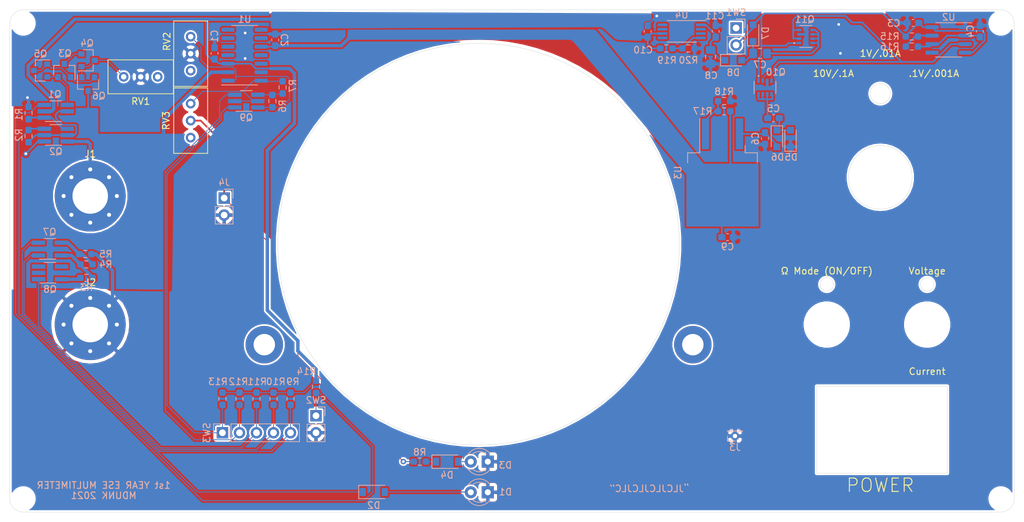
<source format=kicad_pcb>
(kicad_pcb (version 20171130) (host pcbnew "(5.1.10-1-10_14)")
  (layers (0 F.Cu signal) (31 B.Cu signal) (34 B.Paste user hide) (35 F.Paste user hide) (36 B.SilkS user) (37 F.SilkS user) (38 B.Mask user hide) (39 F.Mask user hide) (44 Edge.Cuts user))
  (net 0 "")
  (net 1 GND)
  (net 2 /Power/Vbat)
  (net 3 "Net-(C5-Pad1)")
  (net 4 "Net-(C5-Pad2)")
  (net 5 "Net-(C6-Pad1)")
  (net 6 /Vss)
  (net 7 /Vdd)
  (net 8 /R_SW)
  (net 9 /Vin)
  (net 10 /.1A_SW)
  (net 11 /.01A_SW)
  (net 12 /.001A_SW)
  (net 13 /10V_SW)
  (net 14 /1V_SW)
  (net 15 /Power/CLK)
  (net 16 "Net-(RV1-Pad3)")
  (net 17 "Net-(RV2-Pad3)")
  (net 18 "Net-(RV3-Pad3)")
  (net 19 "Net-(U2-Pad5)")
  (net 20 "Net-(Q1-Pad4)")
  (net 21 "Net-(Q7-Pad6)")
  (net 22 "Net-(Q7-Pad4)")
  (net 23 +BATT)
  (net 24 "Net-(C4-Pad2)")
  (net 25 "Net-(C7-Pad1)")
  (net 26 "Net-(C7-Pad2)")
  (net 27 "Net-(D1-Pad2)")
  (net 28 "Net-(D3-Pad2)")
  (net 29 "Net-(Q4-Pad1)")
  (net 30 "Net-(Q8-Pad6)")
  (net 31 "Net-(Q9-Pad6)")
  (net 32 "Net-(Q9-Pad2)")
  (net 33 "Net-(Q9-Pad4)")
  (net 34 "Net-(R15-Pad2)")
  (net 35 "Net-(R17-Pad1)")
  (net 36 "Net-(R19-Pad1)")
  (net 37 "Net-(Q1-Pad5)")
  (net 38 "Net-(Q3-Pad1)")
  (net 39 "Net-(Q3-Pad3)")
  (net 40 "Net-(D2-Pad1)")
  (net 41 "Net-(D4-Pad1)")
  (net 42 "Net-(J4-Pad1)")
  (net 43 /V+)
  (net 44 "Net-(C11-Pad1)")
  (net 45 "Net-(U4-Pad8)")
  (net 46 "Net-(U4-Pad7)")
  (net 47 "Net-(U4-Pad5)")
  (net 48 "Net-(U4-Pad3)")
  (net 49 "Net-(U4-Pad2)")
  (net 50 "Net-(Q1-Pad1)")
  (module MountingHole:MountingHole_6.4mm_M6 (layer F.Cu) (at 222 72)
    (fp_text reference REF** hide)
    (fp_text value MountingHole_6.4mm_M6)
    (pad 1 np_thru_hole circle (at 0 0) (size 6.4 6.4) (drill 6.4) (layers *.Cu *.Mask))
  )
  (module MountingHole:MountingHole_3.2mm_M3 (layer F.Cu) (at 87 27)
    (fp_text reference REF** hide)
    (fp_text value MountingHole_3.2mm_M3)
    (pad 1 np_thru_hole circle (at 0 0) (size 3.2 3.2) (drill 3.2) (layers *.Cu *.Mask))
  )
  (module MountingHole:MountingHole_3.2mm_M3 (layer F.Cu) (at 87 98)
    (fp_text reference REF** hide)
    (fp_text value MountingHole_3.2mm_M3)
    (pad 1 np_thru_hole circle (at 0 0) (size 3.2 3.2) (drill 3.2) (layers *.Cu *.Mask))
  )
  (module MountingHole:MountingHole_3.2mm_M3 (layer F.Cu) (at 233 98)
    (fp_text reference REF** hide)
    (fp_text value MountingHole_3.2mm_M3)
    (pad 1 np_thru_hole circle (at 0 0) (size 3.2 3.2) (drill 3.2) (layers *.Cu *.Mask))
  )
  (module MountingHole:MountingHole_3.2mm_M3 (layer F.Cu) (at 233 27)
    (fp_text reference REF** hide)
    (fp_text value MountingHole_3.2mm_M3)
    (pad 1 np_thru_hole circle (at 0 0) (size 3.2 3.2) (drill 3.2) (layers *.Cu *.Mask))
  )
  (module Diode_SMD:D_SOD-123 (layer B.Cu) (at 139.35 97)
    (fp_text reference D2 (at 0 2) (layer B.SilkS) (effects (justify mirror)))
    (fp_text value MMSZ5238B)
    (pad 2 smd rect (at 1.65 0) (size 0.9 1.2) (layers B.Cu B.Paste B.Mask) (net 27 "Net-(D1-Pad2)"))
    (pad 1 smd rect (at -1.65 0) (size 0.9 1.2) (layers B.Cu B.Paste B.Mask) (net 40 "Net-(D2-Pad1)"))
  )
  (module MountingHole:MountingHole_6.4mm_M6 (layer F.Cu) (at 207 72)
    (fp_text reference REF** hide)
    (fp_text value MountingHole_6.4mm_M6)
    (pad 1 np_thru_hole circle (at 0 0) (size 6.4 6.4) (drill 6.4) (layers *.Cu *.Mask))
  )
  (module Resistor_SMD:R_0603_1608Metric_Pad0.98x0.95mm_HandSolder (layer B.Cu) (at 96.43 65.024)
    (fp_text reference R3 (at 0 1.43) (layer B.SilkS) (effects (justify mirror)))
    (fp_text value 90.9)
    (pad 2 smd roundrect (at 0.9125 0) (size 0.975 0.95) (layers B.Cu B.Paste B.Mask) (net 21 "Net-(Q7-Pad6)"))
    (pad 1 smd roundrect (at -0.9125 0) (size 0.975 0.95) (layers B.Cu B.Paste B.Mask) (net 30 "Net-(Q8-Pad6)"))
  )
  (module footprints:TT8M3 (layer B.Cu) (at 203.872 28.974)
    (fp_text reference Q11 (at -0.164 -2.558 180) (layer B.SilkS) (effects (justify mirror)))
    (fp_text value TT8M3TR hide)
    (pad 8 smd rect (at 0.9906 0.974979) (size 0.635 0.381) (layers B.Cu B.Paste B.Mask) (net 26 "Net-(C7-Pad2)"))
    (pad 7 smd rect (at 0.9906 0.324993) (size 0.635 0.381) (layers B.Cu B.Paste B.Mask) (net 26 "Net-(C7-Pad2)"))
    (pad 6 smd rect (at 0.9906 -0.324993) (size 0.635 0.381) (layers B.Cu B.Paste B.Mask) (net 26 "Net-(C7-Pad2)"))
    (pad 5 smd rect (at 0.9906 -0.974979) (size 0.635 0.381) (layers B.Cu B.Paste B.Mask) (net 26 "Net-(C7-Pad2)"))
    (pad 4 smd rect (at -0.9906 -0.974979) (size 0.635 0.381) (layers B.Cu B.Paste B.Mask) (net 15 /Power/CLK))
    (pad 3 smd rect (at -0.9906 -0.324993) (size 0.635 0.381) (layers B.Cu B.Paste B.Mask) (net 1 GND))
    (pad 2 smd rect (at -0.9906 0.324993) (size 0.635 0.381) (layers B.Cu B.Paste B.Mask) (net 15 /Power/CLK))
    (pad 1 smd rect (at -0.9906 0.974979) (size 0.635 0.381) (layers B.Cu B.Paste B.Mask) (net 2 /Power/Vbat))
  )
  (module footprints:TT8M3 (layer B.Cu) (at 197.776 36.594 270)
    (fp_text reference Q10 (at -2.304 -1.614 180) (layer B.SilkS) (effects (justify mirror)))
    (fp_text value TT8M3TR hide)
    (pad 8 smd rect (at 0.9906 0.974979 270) (size 0.635 0.381) (layers B.Cu B.Paste B.Mask) (net 4 "Net-(C5-Pad2)"))
    (pad 7 smd rect (at 0.9906 0.324993 270) (size 0.635 0.381) (layers B.Cu B.Paste B.Mask) (net 4 "Net-(C5-Pad2)"))
    (pad 6 smd rect (at 0.9906 -0.324993 270) (size 0.635 0.381) (layers B.Cu B.Paste B.Mask) (net 4 "Net-(C5-Pad2)"))
    (pad 5 smd rect (at 0.9906 -0.974979 270) (size 0.635 0.381) (layers B.Cu B.Paste B.Mask) (net 4 "Net-(C5-Pad2)"))
    (pad 4 smd rect (at -0.9906 -0.974979 270) (size 0.635 0.381) (layers B.Cu B.Paste B.Mask) (net 15 /Power/CLK))
    (pad 3 smd rect (at -0.9906 -0.324993 270) (size 0.635 0.381) (layers B.Cu B.Paste B.Mask) (net 1 GND))
    (pad 2 smd rect (at -0.9906 0.324993 270) (size 0.635 0.381) (layers B.Cu B.Paste B.Mask) (net 15 /Power/CLK))
    (pad 1 smd rect (at -0.9906 0.974979 270) (size 0.635 0.381) (layers B.Cu B.Paste B.Mask) (net 2 /Power/Vbat))
  )
  (module Package_TO_SOT_SMD:TSOT-23-6_HandSoldering (layer B.Cu) (at 120.306 38.626)
    (fp_text reference Q9 (at 0 2.45) (layer B.SilkS) (effects (justify mirror)))
    (fp_text value SQ3989EV)
    (pad 6 smd rect (at 1.71 0.95) (size 2 0.65) (layers B.Cu B.Paste B.Mask) (net 31 "Net-(Q9-Pad6)"))
    (pad 5 smd rect (at 1.71 0) (size 2 0.65) (layers B.Cu B.Paste B.Mask) (net 32 "Net-(Q9-Pad2)"))
    (pad 4 smd rect (at 1.71 -0.95) (size 2 0.65) (layers B.Cu B.Paste B.Mask) (net 33 "Net-(Q9-Pad4)"))
    (pad 3 smd rect (at -1.71 -0.95) (size 2 0.65) (layers B.Cu B.Paste B.Mask) (net 14 /1V_SW))
    (pad 2 smd rect (at -1.71 0) (size 2 0.65) (layers B.Cu B.Paste B.Mask) (net 32 "Net-(Q9-Pad2)"))
    (pad 1 smd rect (at -1.71 0.95) (size 2 0.65) (layers B.Cu B.Paste B.Mask) (net 13 /10V_SW))
  )
  (module Package_SO:SOIC-8_3.9x4.9mm_P1.27mm (layer B.Cu) (at 225.208 29.482 180)
    (fp_text reference U2 (at 0 3.4) (layer B.SilkS) (effects (justify mirror)))
    (fp_text value NE555D)
    (pad 8 smd roundrect (at 2.475 1.905 180) (size 1.95 0.6) (layers B.Cu B.Paste B.Mask) (net 2 /Power/Vbat))
    (pad 7 smd roundrect (at 2.475 0.635 180) (size 1.95 0.6) (layers B.Cu B.Paste B.Mask) (net 34 "Net-(R15-Pad2)"))
    (pad 6 smd roundrect (at 2.475 -0.635 180) (size 1.95 0.6) (layers B.Cu B.Paste B.Mask) (net 24 "Net-(C4-Pad2)"))
    (pad 5 smd roundrect (at 2.475 -1.905 180) (size 1.95 0.6) (layers B.Cu B.Paste B.Mask) (net 19 "Net-(U2-Pad5)"))
    (pad 4 smd roundrect (at -2.475 -1.905 180) (size 1.95 0.6) (layers B.Cu B.Paste B.Mask) (net 2 /Power/Vbat))
    (pad 3 smd roundrect (at -2.475 -0.635 180) (size 1.95 0.6) (layers B.Cu B.Paste B.Mask) (net 15 /Power/CLK))
    (pad 2 smd roundrect (at -2.475 0.635 180) (size 1.95 0.6) (layers B.Cu B.Paste B.Mask) (net 24 "Net-(C4-Pad2)"))
    (pad 1 smd roundrect (at -2.475 1.905 180) (size 1.95 0.6) (layers B.Cu B.Paste B.Mask) (net 1 GND))
  )
  (module Connector_PinHeader_2.54mm:PinHeader_1x02_P2.54mm_Vertical (layer B.Cu) (at 193.458 27.704 180)
    (fp_text reference SW1 (at 0 2.33) (layer B.SilkS) (effects (justify mirror)))
    (fp_text value SW_SPST)
    (pad 2 thru_hole oval (at 0 -2.54 180) (size 1.7 1.7) (drill 1) (layers *.Cu *.Mask) (net 2 /Power/Vbat))
    (pad 1 thru_hole rect (at 0 0 180) (size 1.7 1.7) (drill 1) (layers *.Cu *.Mask) (net 23 +BATT))
  )
  (module Package_TO_SOT_SMD:TSOT-23-6_HandSoldering (layer B.Cu) (at 91.858 43.706)
    (fp_text reference Q2 (at 0 2.45) (layer B.SilkS) (effects (justify mirror)))
    (fp_text value SQ3989EV)
    (pad 6 smd rect (at 1.71 0.95) (size 2 0.65) (layers B.Cu B.Paste B.Mask) (net 43 /V+))
    (pad 5 smd rect (at 1.71 0) (size 2 0.65) (layers B.Cu B.Paste B.Mask) (net 37 "Net-(Q1-Pad5)"))
    (pad 4 smd rect (at 1.71 -0.95) (size 2 0.65) (layers B.Cu B.Paste B.Mask) (net 50 "Net-(Q1-Pad1)"))
    (pad 3 smd rect (at -1.71 -0.95) (size 2 0.65) (layers B.Cu B.Paste B.Mask) (net 40 "Net-(D2-Pad1)"))
    (pad 2 smd rect (at -1.71 0) (size 2 0.65) (layers B.Cu B.Paste B.Mask) (net 37 "Net-(Q1-Pad5)"))
    (pad 1 smd rect (at -1.71 0.95) (size 2 0.65) (layers B.Cu B.Paste B.Mask) (net 1 GND))
  )
  (module Resistor_SMD:R_0603_1608Metric_Pad0.98x0.95mm_HandSolder (layer B.Cu) (at 87.794 43.8565 90)
    (fp_text reference R2 (at 0.1685 -1.434 90) (layer B.SilkS) (effects (justify mirror)))
    (fp_text value 470)
    (pad 2 smd roundrect (at 0.9125 0 90) (size 0.975 0.95) (layers B.Cu B.Paste B.Mask) (net 40 "Net-(D2-Pad1)"))
    (pad 1 smd roundrect (at -0.9125 0 90) (size 0.975 0.95) (layers B.Cu B.Paste B.Mask) (net 37 "Net-(Q1-Pad5)"))
  )
  (module Connector_PinHeader_2.54mm:PinHeader_1x05_P2.54mm_Vertical (layer B.Cu) (at 116.75 88.156 270)
    (fp_text reference SW3 (at 0 2.33 270) (layer B.SilkS) (effects (justify mirror)))
    (fp_text value SW_Rotary2x6)
    (pad 6 thru_hole oval (at 0 -10.16 270) (size 1.7 1.7) (drill 1) (layers *.Cu *.Mask) (net 12 /.001A_SW))
    (pad 5 thru_hole oval (at 0 -7.62 270) (size 1.7 1.7) (drill 1) (layers *.Cu *.Mask) (net 11 /.01A_SW))
    (pad 4 thru_hole oval (at 0 -5.08 270) (size 1.7 1.7) (drill 1) (layers *.Cu *.Mask) (net 10 /.1A_SW))
    (pad 2 thru_hole oval (at 0 -2.54 270) (size 1.7 1.7) (drill 1) (layers *.Cu *.Mask) (net 14 /1V_SW))
    (pad 1 thru_hole rect (at 0 0 270) (size 1.7 1.7) (drill 1) (layers *.Cu *.Mask) (net 13 /10V_SW))
  )
  (module Package_SO:TSSOP-8_4.4x3mm_P0.65mm (layer B.Cu) (at 185.33 28.212 180)
    (fp_text reference U4 (at 0 2.45) (layer B.SilkS) (effects (justify mirror)))
    (fp_text value LM317LPW)
    (pad 8 smd roundrect (at 2.8625 0.975 180) (size 1.475 0.4) (layers B.Cu B.Paste B.Mask) (net 45 "Net-(U4-Pad8)"))
    (pad 7 smd roundrect (at 2.8625 0.325 180) (size 1.475 0.4) (layers B.Cu B.Paste B.Mask) (net 46 "Net-(U4-Pad7)"))
    (pad 6 smd roundrect (at 2.8625 -0.325 180) (size 1.475 0.4) (layers B.Cu B.Paste B.Mask) (net 7 /Vdd))
    (pad 5 smd roundrect (at 2.8625 -0.975 180) (size 1.475 0.4) (layers B.Cu B.Paste B.Mask) (net 47 "Net-(U4-Pad5)"))
    (pad 4 smd roundrect (at -2.8625 -0.975 180) (size 1.475 0.4) (layers B.Cu B.Paste B.Mask) (net 36 "Net-(R19-Pad1)"))
    (pad 3 smd roundrect (at -2.8625 -0.325 180) (size 1.475 0.4) (layers B.Cu B.Paste B.Mask) (net 48 "Net-(U4-Pad3)"))
    (pad 2 smd roundrect (at -2.8625 0.325 180) (size 1.475 0.4) (layers B.Cu B.Paste B.Mask) (net 49 "Net-(U4-Pad2)"))
    (pad 1 smd roundrect (at -2.8625 0.975 180) (size 1.475 0.4) (layers B.Cu B.Paste B.Mask) (net 44 "Net-(C11-Pad1)"))
  )
  (module Package_TO_SOT_SMD:TO-263-2 (layer B.Cu) (at 191.426 49.294 270)
    (fp_text reference U3 (at 0 6.65 90) (layer B.SilkS) (effects (justify mirror)))
    (fp_text value LM337_TO263)
    (pad 2 smd rect (at 3.375 0 270) (size 9.4 10.8) (layers B.Cu B.Mask) (net 6 /Vss))
    (pad 3 smd rect (at -5.775 -2.54 270) (size 4.6 1.1) (layers B.Cu B.Paste B.Mask) (net 5 "Net-(C6-Pad1)"))
    (pad 1 smd rect (at -5.775 2.54 270) (size 4.6 1.1) (layers B.Cu B.Paste B.Mask) (net 35 "Net-(R17-Pad1)"))
  )
  (module Capacitor_SMD:C_0603_1608Metric_Pad1.08x0.95mm_HandSolder (layer B.Cu) (at 190.41 28.212 90)
    (fp_text reference C11 (at 2.304 -0.164 180) (layer B.SilkS) (effects (justify mirror)))
    (fp_text value .1uF)
    (pad 2 smd roundrect (at 0.8625 0 90) (size 1.075 0.95) (layers B.Cu B.Paste B.Mask) (net 1 GND))
    (pad 1 smd roundrect (at -0.8625 0 90) (size 1.075 0.95) (layers B.Cu B.Paste B.Mask) (net 44 "Net-(C11-Pad1)"))
  )
  (module Connector_PinHeader_2.54mm:PinHeader_1x02_P2.54mm_Vertical (layer B.Cu) (at 130.72 85.616 180)
    (fp_text reference SW2 (at 0 2.33) (layer B.SilkS) (effects (justify mirror)))
    (fp_text value SW_SPST)
    (pad 2 thru_hole oval (at 0 -2.54 180) (size 1.7 1.7) (drill 1) (layers *.Cu *.Mask) (net 1 GND))
    (pad 1 thru_hole rect (at 0 0 180) (size 1.7 1.7) (drill 1) (layers *.Cu *.Mask) (net 8 /R_SW))
  )
  (module Diode_SMD:D_SOD-123 (layer B.Cu) (at 150.278 92.474)
    (fp_text reference D4 (at 0 2) (layer B.SilkS) (effects (justify mirror)))
    (fp_text value MMSZ5238B)
    (pad 2 smd rect (at 1.65 0) (size 0.9 1.2) (layers B.Cu B.Paste B.Mask) (net 28 "Net-(D3-Pad2)"))
    (pad 1 smd rect (at -1.65 0) (size 0.9 1.2) (layers B.Cu B.Paste B.Mask) (net 41 "Net-(D4-Pad1)"))
  )
  (module MountingHole:MountingHole_3.2mm_M3_DIN965_Pad (layer F.Cu) (at 187 75)
    (fp_text reference REF** hide)
    (fp_text value MountingHole_3.2mm_M3_DIN965_Pad)
    (pad 1 thru_hole circle (at 0 0) (size 5.6 5.6) (drill 3.2) (layers *.Cu *.Mask))
  )
  (module MountingHole:MountingHole_3.2mm_M3_DIN965_Pad (layer F.Cu) (at 123 75)
    (fp_text reference REF** hide)
    (fp_text value MountingHole_3.2mm_M3_DIN965_Pad)
    (pad 1 thru_hole circle (at 0 0) (size 5.6 5.6) (drill 3.2) (layers *.Cu *.Mask))
  )
  (module Connector_PinHeader_2.54mm:PinHeader_1x02_P2.54mm_Vertical (layer B.Cu) (at 117.004 53.104 180)
    (fp_text reference J4 (at 0 2.33) (layer B.SilkS) (effects (justify mirror)))
    (fp_text value Screw_Terminal_01x02)
    (pad 2 thru_hole oval (at 0 -2.54 180) (size 1.7 1.7) (drill 1) (layers *.Cu *.Mask) (net 1 GND))
    (pad 1 thru_hole rect (at 0 0 180) (size 1.7 1.7) (drill 1) (layers *.Cu *.Mask) (net 42 "Net-(J4-Pad1)"))
  )
  (module Resistor_SMD:R_0603_1608Metric_Pad0.98x0.95mm_HandSolder (layer B.Cu) (at 87.794 40.404 90)
    (fp_text reference R1 (at -0.236 -1.434 90) (layer B.SilkS) (effects (justify mirror)))
    (fp_text value 1k)
    (pad 2 smd roundrect (at 0.9125 0 90) (size 0.975 0.95) (layers B.Cu B.Paste B.Mask) (net 1 GND))
    (pad 1 smd roundrect (at -0.9125 0 90) (size 0.975 0.95) (layers B.Cu B.Paste B.Mask) (net 50 "Net-(Q1-Pad1)"))
  )
  (module Package_TO_SOT_SMD:TSOT-23-6_HandSoldering (layer B.Cu) (at 91 64.28)
    (fp_text reference Q8 (at 0 2.45) (layer B.SilkS) (effects (justify mirror)))
    (fp_text value SQ3989EV)
    (pad 6 smd rect (at 1.71 0.95) (size 2 0.65) (layers B.Cu B.Paste B.Mask) (net 30 "Net-(Q8-Pad6)"))
    (pad 5 smd rect (at 1.71 0) (size 2 0.65) (layers B.Cu B.Paste B.Mask) (net 9 /Vin))
    (pad 4 smd rect (at 1.71 -0.95) (size 2 0.65) (layers B.Cu B.Paste B.Mask))
    (pad 3 smd rect (at -1.71 -0.95) (size 2 0.65) (layers B.Cu B.Paste B.Mask))
    (pad 2 smd rect (at -1.71 0) (size 2 0.65) (layers B.Cu B.Paste B.Mask))
    (pad 1 smd rect (at -1.71 0.95) (size 2 0.65) (layers B.Cu B.Paste B.Mask) (net 10 /.1A_SW))
  )
  (module Package_SO:SOIC-14_3.9x8.7mm_P1.27mm (layer B.Cu) (at 120.052 31.768)
    (fp_text reference U1 (at 0 -5.352) (layer B.SilkS) (effects (justify mirror)))
    (fp_text value TLV274CDR)
    (pad 14 smd roundrect (at 2.475 3.81) (size 1.95 0.6) (layers B.Cu B.Paste B.Mask) (net 32 "Net-(Q9-Pad2)"))
    (pad 13 smd roundrect (at 2.475 2.54) (size 1.95 0.6) (layers B.Cu B.Paste B.Mask))
    (pad 12 smd roundrect (at 2.475 1.27) (size 1.95 0.6) (layers B.Cu B.Paste B.Mask))
    (pad 11 smd roundrect (at 2.475 0) (size 1.95 0.6) (layers B.Cu B.Paste B.Mask))
    (pad 10 smd roundrect (at 2.475 -1.27) (size 1.95 0.6) (layers B.Cu B.Paste B.Mask) (net 6 /Vss))
    (pad 9 smd roundrect (at 2.475 -2.54) (size 1.95 0.6) (layers B.Cu B.Paste B.Mask))
    (pad 8 smd roundrect (at 2.475 -3.81) (size 1.95 0.6) (layers B.Cu B.Paste B.Mask))
    (pad 7 smd roundrect (at -2.475 -3.81) (size 1.95 0.6) (layers B.Cu B.Paste B.Mask))
    (pad 6 smd roundrect (at -2.475 -2.54) (size 1.95 0.6) (layers B.Cu B.Paste B.Mask))
    (pad 5 smd roundrect (at -2.475 -1.27) (size 1.95 0.6) (layers B.Cu B.Paste B.Mask))
    (pad 4 smd roundrect (at -2.475 0) (size 1.95 0.6) (layers B.Cu B.Paste B.Mask))
    (pad 3 smd roundrect (at -2.475 1.27) (size 1.95 0.6) (layers B.Cu B.Paste B.Mask) (net 7 /Vdd))
    (pad 2 smd roundrect (at -2.475 2.54) (size 1.95 0.6) (layers B.Cu B.Paste B.Mask) (net 9 /Vin))
    (pad 1 smd roundrect (at -2.475 3.81) (size 1.95 0.6) (layers B.Cu B.Paste B.Mask) (net 31 "Net-(Q9-Pad6)"))
  )
  (module Resistor_SMD:R_0603_1608Metric_Pad0.98x0.95mm_HandSolder (layer B.Cu) (at 186.346 30.752 180)
    (fp_text reference R20 (at 0 -1.76 180) (layer B.SilkS) (effects (justify mirror)))
    (fp_text value 56k)
    (pad 2 smd roundrect (at 0.9125 0 180) (size 0.975 0.95) (layers B.Cu B.Paste B.Mask) (net 36 "Net-(R19-Pad1)"))
    (pad 1 smd roundrect (at -0.9125 0 180) (size 0.975 0.95) (layers B.Cu B.Paste B.Mask) (net 1 GND))
  )
  (module Resistor_SMD:R_0603_1608Metric_Pad0.98x0.95mm_HandSolder (layer B.Cu) (at 183.044 30.752 180)
    (fp_text reference R19 (at -0.09 -1.76) (layer B.SilkS) (effects (justify mirror)))
    (fp_text value 8.2k)
    (pad 2 smd roundrect (at 0.9125 0 180) (size 0.975 0.95) (layers B.Cu B.Paste B.Mask) (net 7 /Vdd))
    (pad 1 smd roundrect (at -0.9125 0 180) (size 0.975 0.95) (layers B.Cu B.Paste B.Mask) (net 36 "Net-(R19-Pad1)"))
  )
  (module Resistor_SMD:R_0603_1608Metric_Pad0.98x0.95mm_HandSolder (layer B.Cu) (at 191.68 38.626 180)
    (fp_text reference R18 (at 0 1.43) (layer B.SilkS) (effects (justify mirror)))
    (fp_text value 12k)
    (pad 2 smd roundrect (at 0.9125 0 180) (size 0.975 0.95) (layers B.Cu B.Paste B.Mask) (net 35 "Net-(R17-Pad1)"))
    (pad 1 smd roundrect (at -0.9125 0 180) (size 0.975 0.95) (layers B.Cu B.Paste B.Mask) (net 1 GND))
  )
  (module Resistor_SMD:R_0603_1608Metric_Pad0.98x0.95mm_HandSolder (layer B.Cu) (at 191.68 40.15)
    (fp_text reference R17 (at -3.212 -0.018) (layer B.SilkS) (effects (justify mirror)))
    (fp_text value 5.6k)
    (pad 2 smd roundrect (at 0.9125 0) (size 0.975 0.95) (layers B.Cu B.Paste B.Mask) (net 6 /Vss))
    (pad 1 smd roundrect (at -0.9125 0) (size 0.975 0.95) (layers B.Cu B.Paste B.Mask) (net 35 "Net-(R17-Pad1)"))
  )
  (module Resistor_SMD:R_0603_1608Metric_Pad0.98x0.95mm_HandSolder (layer B.Cu) (at 219.71 30.48)
    (fp_text reference R16 (at -3.302 0) (layer B.SilkS) (effects (justify mirror)))
    (fp_text value 10k)
    (pad 2 smd roundrect (at 0.9125 0) (size 0.975 0.95) (layers B.Cu B.Paste B.Mask) (net 24 "Net-(C4-Pad2)"))
    (pad 1 smd roundrect (at -0.9125 0) (size 0.975 0.95) (layers B.Cu B.Paste B.Mask) (net 34 "Net-(R15-Pad2)"))
  )
  (module Resistor_SMD:R_0603_1608Metric_Pad0.98x0.95mm_HandSolder (layer B.Cu) (at 219.71 28.974)
    (fp_text reference R15 (at -3.302 -0.018) (layer B.SilkS) (effects (justify mirror)))
    (fp_text value 10k)
    (pad 2 smd roundrect (at 0.9125 0) (size 0.975 0.95) (layers B.Cu B.Paste B.Mask) (net 34 "Net-(R15-Pad2)"))
    (pad 1 smd roundrect (at -0.9125 0) (size 0.975 0.95) (layers B.Cu B.Paste B.Mask) (net 2 /Power/Vbat))
  )
  (module Resistor_SMD:R_0603_1608Metric_Pad0.98x0.95mm_HandSolder (layer B.Cu) (at 130.72 81.298 270)
    (fp_text reference R14 (at -2.304 1.43 180) (layer B.SilkS) (effects (justify mirror)))
    (fp_text value 27k)
    (pad 2 smd roundrect (at 0.9125 0 270) (size 0.975 0.95) (layers B.Cu B.Paste B.Mask) (net 8 /R_SW))
    (pad 1 smd roundrect (at -0.9125 0 270) (size 0.975 0.95) (layers B.Cu B.Paste B.Mask) (net 7 /Vdd))
  )
  (module Resistor_SMD:R_0603_1608Metric_Pad0.98x0.95mm_HandSolder (layer B.Cu) (at 116.75 83.076 270)
    (fp_text reference R13 (at -2.558 0.672 180) (layer B.SilkS) (effects (justify mirror)))
    (fp_text value 5x27k)
    (pad 2 smd roundrect (at 0.9125 0 270) (size 0.975 0.95) (layers B.Cu B.Paste B.Mask) (net 13 /10V_SW))
    (pad 1 smd roundrect (at -0.9125 0 270) (size 0.975 0.95) (layers B.Cu B.Paste B.Mask) (net 7 /Vdd))
  )
  (module Resistor_SMD:R_0603_1608Metric_Pad0.98x0.95mm_HandSolder (layer B.Cu) (at 119.29 83.076 270)
    (fp_text reference R12 (at -2.558 0.164 180) (layer B.SilkS) (effects (justify mirror)))
    (fp_text value 27k)
    (pad 2 smd roundrect (at 0.9125 0 270) (size 0.975 0.95) (layers B.Cu B.Paste B.Mask) (net 14 /1V_SW))
    (pad 1 smd roundrect (at -0.9125 0 270) (size 0.975 0.95) (layers B.Cu B.Paste B.Mask) (net 7 /Vdd))
  )
  (module Resistor_SMD:R_0603_1608Metric_Pad0.98x0.95mm_HandSolder (layer B.Cu) (at 121.83 83.076 270)
    (fp_text reference R11 (at -2.558 -0.09 180) (layer B.SilkS) (effects (justify mirror)))
    (fp_text value 27k)
    (pad 2 smd roundrect (at 0.9125 0 270) (size 0.975 0.95) (layers B.Cu B.Paste B.Mask) (net 10 /.1A_SW))
    (pad 1 smd roundrect (at -0.9125 0 270) (size 0.975 0.95) (layers B.Cu B.Paste B.Mask) (net 7 /Vdd))
  )
  (module Resistor_SMD:R_0603_1608Metric_Pad0.98x0.95mm_HandSolder (layer B.Cu) (at 124.37 83.076 270)
    (fp_text reference R10 (at -2.558 -0.344 180) (layer B.SilkS) (effects (justify mirror)))
    (fp_text value 27k)
    (pad 2 smd roundrect (at 0.9125 0 270) (size 0.975 0.95) (layers B.Cu B.Paste B.Mask) (net 11 /.01A_SW))
    (pad 1 smd roundrect (at -0.9125 0 270) (size 0.975 0.95) (layers B.Cu B.Paste B.Mask) (net 7 /Vdd))
  )
  (module Resistor_SMD:R_0603_1608Metric_Pad0.98x0.95mm_HandSolder (layer B.Cu) (at 126.91 83.076 270)
    (fp_text reference R9 (at -2.558 -0.344 180) (layer B.SilkS) (effects (justify mirror)))
    (fp_text value 27k)
    (pad 2 smd roundrect (at 0.9125 0 270) (size 0.975 0.95) (layers B.Cu B.Paste B.Mask) (net 12 /.001A_SW))
    (pad 1 smd roundrect (at -0.9125 0 270) (size 0.975 0.95) (layers B.Cu B.Paste B.Mask) (net 7 /Vdd))
  )
  (module Resistor_SMD:R_0603_1608Metric_Pad0.98x0.95mm_HandSolder (layer B.Cu) (at 146.214 92.474 180)
    (fp_text reference R8 (at 0 1.43) (layer B.SilkS) (effects (justify mirror)))
    (fp_text value 470)
    (pad 2 smd roundrect (at 0.9125 0 180) (size 0.975 0.95) (layers B.Cu B.Paste B.Mask) (net 42 "Net-(J4-Pad1)"))
    (pad 1 smd roundrect (at -0.9125 0 180) (size 0.975 0.95) (layers B.Cu B.Paste B.Mask) (net 41 "Net-(D4-Pad1)"))
  )
  (module Resistor_SMD:R_0603_1608Metric_Pad0.98x0.95mm_HandSolder (layer B.Cu) (at 125.73 36.576 270)
    (fp_text reference R7 (at -0.254 -1.524 90) (layer B.SilkS) (effects (justify mirror)))
    (fp_text value 270k)
    (pad 2 smd roundrect (at 0.9125 0 270) (size 0.975 0.95) (layers B.Cu B.Paste B.Mask) (net 33 "Net-(Q9-Pad4)"))
    (pad 1 smd roundrect (at -0.9125 0 270) (size 0.975 0.95) (layers B.Cu B.Paste B.Mask) (net 32 "Net-(Q9-Pad2)"))
  )
  (module Resistor_SMD:R_0603_1608Metric_Pad0.98x0.95mm_HandSolder (layer B.Cu) (at 124.206 38.626 270)
    (fp_text reference R6 (at 0.744 -1.524 90) (layer B.SilkS) (effects (justify mirror)))
    (fp_text value 27k)
    (pad 2 smd roundrect (at 0.9125 0 270) (size 0.975 0.95) (layers B.Cu B.Paste B.Mask) (net 31 "Net-(Q9-Pad6)"))
    (pad 1 smd roundrect (at -0.9125 0 270) (size 0.975 0.95) (layers B.Cu B.Paste B.Mask) (net 33 "Net-(Q9-Pad4)"))
  )
  (module Resistor_SMD:R_0603_1608Metric_Pad0.98x0.95mm_HandSolder (layer B.Cu) (at 96.266 61.468)
    (fp_text reference R5 (at 3.048 0) (layer B.SilkS) (effects (justify mirror)))
    (fp_text value 1)
    (pad 2 smd roundrect (at 0.9125 0) (size 0.975 0.95) (layers B.Cu B.Paste B.Mask) (net 1 GND))
    (pad 1 smd roundrect (at -0.9125 0) (size 0.975 0.95) (layers B.Cu B.Paste B.Mask) (net 22 "Net-(Q7-Pad4)"))
  )
  (module Resistor_SMD:R_0603_1608Metric_Pad0.98x0.95mm_HandSolder (layer B.Cu) (at 96.43 63.01)
    (fp_text reference R4 (at 2.884 -0.018) (layer B.SilkS) (effects (justify mirror)))
    (fp_text value 9)
    (pad 2 smd roundrect (at 0.9125 0) (size 0.975 0.95) (layers B.Cu B.Paste B.Mask) (net 22 "Net-(Q7-Pad4)"))
    (pad 1 smd roundrect (at -0.9125 0) (size 0.975 0.95) (layers B.Cu B.Paste B.Mask) (net 21 "Net-(Q7-Pad6)"))
  )
  (module Package_TO_SOT_SMD:TSOT-23-6_HandSoldering (layer B.Cu) (at 90.969 60.724)
    (fp_text reference Q7 (at -0.037 -2.558) (layer B.SilkS) (effects (justify mirror)))
    (fp_text value SQ3989EV)
    (pad 6 smd rect (at 1.71 0.95) (size 2 0.65) (layers B.Cu B.Paste B.Mask) (net 21 "Net-(Q7-Pad6)"))
    (pad 5 smd rect (at 1.71 0) (size 2 0.65) (layers B.Cu B.Paste B.Mask) (net 9 /Vin))
    (pad 4 smd rect (at 1.71 -0.95) (size 2 0.65) (layers B.Cu B.Paste B.Mask) (net 22 "Net-(Q7-Pad4)"))
    (pad 3 smd rect (at -1.71 -0.95) (size 2 0.65) (layers B.Cu B.Paste B.Mask) (net 12 /.001A_SW))
    (pad 2 smd rect (at -1.71 0) (size 2 0.65) (layers B.Cu B.Paste B.Mask) (net 9 /Vin))
    (pad 1 smd rect (at -1.71 0.95) (size 2 0.65) (layers B.Cu B.Paste B.Mask) (net 11 /.01A_SW))
  )
  (module Package_TO_SOT_SMD:TSOT-23-6_HandSoldering (layer B.Cu) (at 91.858 40.15)
    (fp_text reference Q1 (at -0.164 -2.558) (layer B.SilkS) (effects (justify mirror)))
    (fp_text value SQ3989EV)
    (pad 6 smd rect (at 1.71 0.95) (size 2 0.65) (layers B.Cu B.Paste B.Mask) (net 9 /Vin))
    (pad 5 smd rect (at 1.71 0) (size 2 0.65) (layers B.Cu B.Paste B.Mask) (net 37 "Net-(Q1-Pad5)"))
    (pad 4 smd rect (at 1.71 -0.95) (size 2 0.65) (layers B.Cu B.Paste B.Mask) (net 20 "Net-(Q1-Pad4)"))
    (pad 3 smd rect (at -1.71 -0.95) (size 2 0.65) (layers B.Cu B.Paste B.Mask) (net 8 /R_SW))
    (pad 2 smd rect (at -1.71 0) (size 2 0.65) (layers B.Cu B.Paste B.Mask) (net 7 /Vdd))
    (pad 1 smd rect (at -1.71 0.95) (size 2 0.65) (layers B.Cu B.Paste B.Mask) (net 50 "Net-(Q1-Pad1)"))
  )
  (module Diode_SMD:D_SOD-323_HandSoldering (layer B.Cu) (at 193.04 32.512)
    (fp_text reference D8 (at 0 1.85) (layer B.SilkS) (effects (justify mirror)))
    (fp_text value CUS520)
    (pad 2 smd rect (at 1.25 0) (size 1 1) (layers B.Cu B.Paste B.Mask) (net 25 "Net-(C7-Pad1)"))
    (pad 1 smd rect (at -1.25 0) (size 1 1) (layers B.Cu B.Paste B.Mask) (net 44 "Net-(C11-Pad1)"))
  )
  (module Diode_SMD:D_SOD-323_HandSoldering (layer B.Cu) (at 195.998 28.466 90)
    (fp_text reference D7 (at 0 1.85 90) (layer B.SilkS) (effects (justify mirror)))
    (fp_text value CUS520)
    (pad 2 smd rect (at 1.25 0 90) (size 1 1) (layers B.Cu B.Paste B.Mask) (net 2 /Power/Vbat))
    (pad 1 smd rect (at -1.25 0 90) (size 1 1) (layers B.Cu B.Paste B.Mask) (net 25 "Net-(C7-Pad1)"))
  )
  (module Diode_SMD:D_SOD-323_HandSoldering (layer B.Cu) (at 199.554 44.214 270)
    (fp_text reference D6 (at 2.776 -0.09 180) (layer B.SilkS) (effects (justify mirror)))
    (fp_text value CUS520)
    (pad 2 smd rect (at 1.25 0 270) (size 1 1) (layers B.Cu B.Paste B.Mask) (net 5 "Net-(C6-Pad1)"))
    (pad 1 smd rect (at -1.25 0 270) (size 1 1) (layers B.Cu B.Paste B.Mask) (net 3 "Net-(C5-Pad1)"))
  )
  (module Diode_SMD:D_SOD-323_HandSoldering (layer B.Cu) (at 201.586 44.214 90)
    (fp_text reference D5 (at -2.776 0.09 180) (layer B.SilkS) (effects (justify mirror)))
    (fp_text value CUS520)
    (pad 2 smd rect (at 1.25 0 90) (size 1 1) (layers B.Cu B.Paste B.Mask) (net 3 "Net-(C5-Pad1)"))
    (pad 1 smd rect (at -1.25 0 90) (size 1 1) (layers B.Cu B.Paste B.Mask) (net 1 GND))
  )
  (module LED_THT:LED_D3.0mm (layer B.Cu) (at 156.374 97.046 180)
    (fp_text reference D1 (at -2.626 0.046) (layer B.SilkS) (effects (justify mirror)))
    (fp_text value LED)
    (pad 2 thru_hole circle (at 2.54 0 180) (size 1.8 1.8) (drill 0.9) (layers *.Cu *.Mask) (net 27 "Net-(D1-Pad2)"))
    (pad 1 thru_hole rect (at 0 0 180) (size 1.8 1.8) (drill 0.9) (layers *.Cu *.Mask) (net 1 GND))
  )
  (module Capacitor_SMD:C_0603_1608Metric_Pad1.08x0.95mm_HandSolder (layer B.Cu) (at 180.25 28.212 90)
    (fp_text reference C10 (at -2.776 -0.672 180) (layer B.SilkS) (effects (justify mirror)))
    (fp_text value 1uF)
    (pad 2 smd roundrect (at 0.8625 0 90) (size 1.075 0.95) (layers B.Cu B.Paste B.Mask) (net 1 GND))
    (pad 1 smd roundrect (at -0.8625 0 90) (size 1.075 0.95) (layers B.Cu B.Paste B.Mask) (net 7 /Vdd))
  )
  (module Capacitor_SMD:C_0603_1608Metric_Pad1.08x0.95mm_HandSolder (layer B.Cu) (at 192.188 58.946)
    (fp_text reference C9 (at 0 1.43) (layer B.SilkS) (effects (justify mirror)))
    (fp_text value 1uF)
    (pad 2 smd roundrect (at 0.8625 0) (size 1.075 0.95) (layers B.Cu B.Paste B.Mask) (net 1 GND))
    (pad 1 smd roundrect (at -0.8625 0) (size 1.075 0.95) (layers B.Cu B.Paste B.Mask) (net 6 /Vss))
  )
  (module Capacitor_SMD:C_0805_2012Metric_Pad1.18x1.45mm_HandSolder (layer B.Cu) (at 189.648 32.022 270)
    (fp_text reference C8 (at 2.776 -0.09 180) (layer B.SilkS) (effects (justify mirror)))
    (fp_text value 22uF)
    (pad 2 smd roundrect (at 1.0375 0 270) (size 1.175 1.45) (layers B.Cu B.Paste B.Mask) (roundrect_rratio 0.2127659574468085) (net 1 GND))
    (pad 1 smd roundrect (at -1.0375 0 270) (size 1.175 1.45) (layers B.Cu B.Paste B.Mask) (roundrect_rratio 0.2127659574468085) (net 44 "Net-(C11-Pad1)"))
  )
  (module Capacitor_SMD:C_0805_2012Metric_Pad1.18x1.45mm_HandSolder (layer B.Cu) (at 197.0355 31.514)
    (fp_text reference C7 (at 0 1.68) (layer B.SilkS) (effects (justify mirror)))
    (fp_text value 22uF)
    (pad 2 smd roundrect (at 1.0375 0) (size 1.175 1.45) (layers B.Cu B.Paste B.Mask) (roundrect_rratio 0.2127659574468085) (net 26 "Net-(C7-Pad2)"))
    (pad 1 smd roundrect (at -1.0375 0) (size 1.175 1.45) (layers B.Cu B.Paste B.Mask) (roundrect_rratio 0.2127659574468085) (net 25 "Net-(C7-Pad1)"))
  )
  (module Capacitor_SMD:C_0603_1608Metric_Pad1.08x0.95mm_HandSolder (layer B.Cu) (at 197.776 44.214 270)
    (fp_text reference C6 (at 0 1.43 90) (layer B.SilkS) (effects (justify mirror)))
    (fp_text value 1uF)
    (pad 2 smd roundrect (at 0.8625 0 270) (size 1.075 0.95) (layers B.Cu B.Paste B.Mask) (net 1 GND))
    (pad 1 smd roundrect (at -0.8625 0 270) (size 1.075 0.95) (layers B.Cu B.Paste B.Mask) (net 5 "Net-(C6-Pad1)"))
  )
  (module Capacitor_SMD:C_0603_1608Metric_Pad1.08x0.95mm_HandSolder (layer B.Cu) (at 199.046 41.166 180)
    (fp_text reference C5 (at 0 1.43) (layer B.SilkS) (effects (justify mirror)))
    (fp_text value 1uF)
    (pad 2 smd roundrect (at 0.8625 0 180) (size 1.075 0.95) (layers B.Cu B.Paste B.Mask) (net 4 "Net-(C5-Pad2)"))
    (pad 1 smd roundrect (at -0.8625 0 180) (size 1.075 0.95) (layers B.Cu B.Paste B.Mask) (net 3 "Net-(C5-Pad1)"))
  )
  (module Capacitor_SMD:C_0603_1608Metric_Pad1.08x0.95mm_HandSolder (layer B.Cu) (at 229.87 28.194 270)
    (fp_text reference C4 (at 0 1.43 90) (layer B.SilkS) (effects (justify mirror)))
    (fp_text value 100pF)
    (pad 2 smd roundrect (at 0.8625 0 270) (size 1.075 0.95) (layers B.Cu B.Paste B.Mask) (net 24 "Net-(C4-Pad2)"))
    (pad 1 smd roundrect (at -0.8625 0 270) (size 1.075 0.95) (layers B.Cu B.Paste B.Mask) (net 1 GND))
  )
  (module Capacitor_SMD:C_0603_1608Metric_Pad1.08x0.95mm_HandSolder (layer B.Cu) (at 219.874 26.942 180)
    (fp_text reference C3 (at 2.874 -0.058) (layer B.SilkS) (effects (justify mirror)))
    (fp_text value .01uF)
    (pad 2 smd roundrect (at 0.8625 0 180) (size 1.075 0.95) (layers B.Cu B.Paste B.Mask) (net 1 GND))
    (pad 1 smd roundrect (at -0.8625 0 180) (size 1.075 0.95) (layers B.Cu B.Paste B.Mask) (net 2 /Power/Vbat))
  )
  (module Capacitor_SMD:C_0603_1608Metric_Pad1.08x0.95mm_HandSolder (layer B.Cu) (at 124.624 29.482 90)
    (fp_text reference C2 (at 0 1.43 90) (layer B.SilkS) (effects (justify mirror)))
    (fp_text value .1uF)
    (pad 2 smd roundrect (at 0.8625 0 90) (size 1.075 0.95) (layers B.Cu B.Paste B.Mask) (net 1 GND))
    (pad 1 smd roundrect (at -0.8625 0 90) (size 1.075 0.95) (layers B.Cu B.Paste B.Mask) (net 6 /Vss))
  )
  (module Capacitor_SMD:C_0603_1608Metric_Pad1.08x0.95mm_HandSolder (layer B.Cu) (at 115.57 31.496 270)
    (fp_text reference C1 (at -2.54 0 90) (layer B.SilkS) (effects (justify mirror)))
    (fp_text value .1uF)
    (pad 2 smd roundrect (at 0.8625 0 270) (size 1.075 0.95) (layers B.Cu B.Paste B.Mask) (net 7 /Vdd))
    (pad 1 smd roundrect (at -0.8625 0 270) (size 1.075 0.95) (layers B.Cu B.Paste B.Mask) (net 1 GND))
  )
  (module Connector_PinHeader_1.27mm:PinHeader_1x01_P1.27mm_Vertical (layer B.Cu) (at 193.294 88.646)
    (fp_text reference J3 (at 0 1.695) (layer B.SilkS) (effects (justify mirror)))
    (fp_text value Conn_01x01)
    (pad 1 thru_hole rect (at 0 0) (size 1 1) (drill 0.65) (layers *.Cu *.Mask) (net 1 GND))
  )
  (module Package_TO_SOT_SMD:SOT-23 (layer B.Cu) (at 96.684 32.53)
    (fp_text reference Q4 (at -0.164 -2.558) (layer B.SilkS) (effects (justify mirror)))
    (fp_text value MMBT3906)
    (pad 3 smd rect (at 1 0) (size 0.9 0.8) (layers B.Cu B.Paste B.Mask) (net 29 "Net-(Q4-Pad1)"))
    (pad 2 smd rect (at -1 -0.95) (size 0.9 0.8) (layers B.Cu B.Paste B.Mask) (net 39 "Net-(Q3-Pad3)"))
    (pad 1 smd rect (at -1 0.95) (size 0.9 0.8) (layers B.Cu B.Paste B.Mask) (net 29 "Net-(Q4-Pad1)"))
  )
  (module LED_THT:LED_D3.0mm (layer B.Cu) (at 156.374 92.474 180)
    (fp_text reference D3 (at -2.626 -0.526) (layer B.SilkS) (effects (justify mirror)))
    (fp_text value LED)
    (pad 2 thru_hole circle (at 2.54 0 180) (size 1.8 1.8) (drill 0.9) (layers *.Cu *.Mask) (net 28 "Net-(D3-Pad2)"))
    (pad 1 thru_hole rect (at 0 0 180) (size 1.8 1.8) (drill 0.9) (layers *.Cu *.Mask) (net 1 GND))
  )
  (module MountingHole:MountingHole_5.3mm_M5_Pad_Via (layer F.Cu) (at 97 72)
    (fp_text reference J2 (at 0 -6.3) (layer F.SilkS))
    (fp_text value Conn_01x01)
    (pad 1 thru_hole circle (at 2.810749 -2.810749) (size 0.9 0.9) (drill 0.6) (layers *.Cu *.Mask) (net 1 GND))
    (pad 1 thru_hole circle (at 0 -3.975) (size 0.9 0.9) (drill 0.6) (layers *.Cu *.Mask) (net 1 GND))
    (pad 1 thru_hole circle (at -2.810749 -2.810749) (size 0.9 0.9) (drill 0.6) (layers *.Cu *.Mask) (net 1 GND))
    (pad 1 thru_hole circle (at -3.975 0) (size 0.9 0.9) (drill 0.6) (layers *.Cu *.Mask) (net 1 GND))
    (pad 1 thru_hole circle (at -2.810749 2.810749) (size 0.9 0.9) (drill 0.6) (layers *.Cu *.Mask) (net 1 GND))
    (pad 1 thru_hole circle (at 0 3.975) (size 0.9 0.9) (drill 0.6) (layers *.Cu *.Mask) (net 1 GND))
    (pad 1 thru_hole circle (at 2.810749 2.810749) (size 0.9 0.9) (drill 0.6) (layers *.Cu *.Mask) (net 1 GND))
    (pad 1 thru_hole circle (at 3.975 0) (size 0.9 0.9) (drill 0.6) (layers *.Cu *.Mask) (net 1 GND))
    (pad 1 thru_hole circle (at 0 0) (size 10.6 10.6) (drill 5.3) (layers *.Cu *.Mask) (net 1 GND))
  )
  (module MountingHole:MountingHole_5.3mm_M5_Pad_Via (layer F.Cu) (at 97 52.8)
    (fp_text reference J1 (at 0 -6.3) (layer F.SilkS))
    (fp_text value Conn_01x01)
    (pad 1 thru_hole circle (at 2.810749 -2.810749) (size 0.9 0.9) (drill 0.6) (layers *.Cu *.Mask) (net 43 /V+))
    (pad 1 thru_hole circle (at 0 -3.975) (size 0.9 0.9) (drill 0.6) (layers *.Cu *.Mask) (net 43 /V+))
    (pad 1 thru_hole circle (at -2.810749 -2.810749) (size 0.9 0.9) (drill 0.6) (layers *.Cu *.Mask) (net 43 /V+))
    (pad 1 thru_hole circle (at -3.975 0) (size 0.9 0.9) (drill 0.6) (layers *.Cu *.Mask) (net 43 /V+))
    (pad 1 thru_hole circle (at -2.810749 2.810749) (size 0.9 0.9) (drill 0.6) (layers *.Cu *.Mask) (net 43 /V+))
    (pad 1 thru_hole circle (at 0 3.975) (size 0.9 0.9) (drill 0.6) (layers *.Cu *.Mask) (net 43 /V+))
    (pad 1 thru_hole circle (at 2.810749 2.810749) (size 0.9 0.9) (drill 0.6) (layers *.Cu *.Mask) (net 43 /V+))
    (pad 1 thru_hole circle (at 3.975 0) (size 0.9 0.9) (drill 0.6) (layers *.Cu *.Mask) (net 43 /V+))
    (pad 1 thru_hole circle (at 0 0) (size 10.6 10.6) (drill 5.3) (layers *.Cu *.Mask) (net 43 /V+))
  )
  (module Package_TO_SOT_SMD:SOT-23 (layer B.Cu) (at 93.128 34.054 90)
    (fp_text reference Q3 (at 2.558 0.09 180) (layer B.SilkS) (effects (justify mirror)))
    (fp_text value MMBT3906)
    (pad 1 smd rect (at -1 0.95 90) (size 0.9 0.8) (layers B.Cu B.Paste B.Mask) (net 38 "Net-(Q3-Pad1)"))
    (pad 2 smd rect (at -1 -0.95 90) (size 0.9 0.8) (layers B.Cu B.Paste B.Mask) (net 20 "Net-(Q1-Pad4)"))
    (pad 3 smd rect (at 1 0 90) (size 0.9 0.8) (layers B.Cu B.Paste B.Mask) (net 39 "Net-(Q3-Pad3)"))
  )
  (module Package_TO_SOT_SMD:SOT-23 (layer B.Cu) (at 89.572 34.054 180)
    (fp_text reference Q5 (at 0 2.5) (layer B.SilkS) (effects (justify mirror)))
    (fp_text value MMBT3906)
    (pad 3 smd rect (at 1 0 180) (size 0.9 0.8) (layers B.Cu B.Paste B.Mask) (net 38 "Net-(Q3-Pad1)"))
    (pad 2 smd rect (at -1 -0.95 180) (size 0.9 0.8) (layers B.Cu B.Paste B.Mask) (net 20 "Net-(Q1-Pad4)"))
    (pad 1 smd rect (at -1 0.95 180) (size 0.9 0.8) (layers B.Cu B.Paste B.Mask) (net 38 "Net-(Q3-Pad1)"))
  )
  (module Package_TO_SOT_SMD:SOT-23 (layer B.Cu) (at 96.684 36.086 270)
    (fp_text reference Q6 (at 1.76 -1.614 180) (layer B.SilkS) (effects (justify mirror)))
    (fp_text value MMBT3906)
    (pad 1 smd rect (at -1 0.95 270) (size 0.9 0.8) (layers B.Cu B.Paste B.Mask) (net 29 "Net-(Q4-Pad1)"))
    (pad 2 smd rect (at -1 -0.95 270) (size 0.9 0.8) (layers B.Cu B.Paste B.Mask) (net 38 "Net-(Q3-Pad1)"))
    (pad 3 smd rect (at 1 0 270) (size 0.9 0.8) (layers B.Cu B.Paste B.Mask) (net 9 /Vin))
  )
  (module Potentiometer_THT:Potentiometer_Bourns_3296W_Vertical (layer F.Cu) (at 102 35 180)
    (fp_text reference RV1 (at -2.54 -3.66) (layer F.SilkS))
    (fp_text value 10k)
    (pad 1 thru_hole circle (at 0 0 180) (size 1.44 1.44) (drill 0.8) (layers *.Cu *.Mask) (net 29 "Net-(Q4-Pad1)"))
    (pad 2 thru_hole circle (at -2.54 0 180) (size 1.44 1.44) (drill 0.8) (layers *.Cu *.Mask) (net 1 GND))
    (pad 3 thru_hole circle (at -5.08 0 180) (size 1.44 1.44) (drill 0.8) (layers *.Cu *.Mask) (net 16 "Net-(RV1-Pad3)"))
  )
  (module Potentiometer_THT:Potentiometer_Bourns_3296W_Vertical (layer F.Cu) (at 112 29 90)
    (fp_text reference RV2 (at -0.718 -3.542 90) (layer F.SilkS))
    (fp_text value 5k)
    (pad 3 thru_hole circle (at -5.08 0 90) (size 1.44 1.44) (drill 0.8) (layers *.Cu *.Mask) (net 17 "Net-(RV2-Pad3)"))
    (pad 2 thru_hole circle (at -2.54 0 90) (size 1.44 1.44) (drill 0.8) (layers *.Cu *.Mask) (net 1 GND))
    (pad 1 thru_hole circle (at 0 0 90) (size 1.44 1.44) (drill 0.8) (layers *.Cu *.Mask) (net 31 "Net-(Q9-Pad6)"))
  )
  (module Potentiometer_THT:Potentiometer_Bourns_3296W_Vertical (layer F.Cu) (at 112 39 90)
    (fp_text reference RV3 (at -2.54 -3.66 90) (layer F.SilkS))
    (fp_text value 100k)
    (pad 1 thru_hole circle (at 0 0 90) (size 1.44 1.44) (drill 0.8) (layers *.Cu *.Mask) (net 32 "Net-(Q9-Pad2)"))
    (pad 2 thru_hole circle (at -2.54 0 90) (size 1.44 1.44) (drill 0.8) (layers *.Cu *.Mask) (net 42 "Net-(J4-Pad1)"))
    (pad 3 thru_hole circle (at -5.08 0 90) (size 1.44 1.44) (drill 0.8) (layers *.Cu *.Mask) (net 18 "Net-(RV3-Pad3)"))
  )
  (gr_text “JLCJLCJLCJLC” (at 180.5 96.5) (layer B.SilkS) (effects (font (size 1 1)) (justify mirror)))
  (gr_text "1st YEAR ESE MULTIMETER" (at 99 96) (layer B.SilkS) (effects (font (size 1 1)) (justify mirror)))
  (gr_text Current (at 222 79) (layer F.SilkS) (effects (font (size 1 1))))
  (gr_text Voltage (at 222 64) (layer F.SilkS) (effects (font (size 1 1))))
  (gr_circle (center 222 66) (end 223 66) (layer Edge.Cuts) (width 0.05))
  (gr_text .1V/.001A (at 223 34.5) (layer F.SilkS) (effects (font (size 1 1))))
  (gr_text 1V/.01A (at 215 31.5) (layer F.SilkS) (effects (font (size 1 1))))
  (gr_text 10V/.1A (at 208 34.5) (layer F.SilkS) (effects (font (size 1 1))))
  (gr_text "MDUNK 2021" (at 99 97.536) (layer B.SilkS) (effects (font (size 1 1)) (justify mirror)))
  (gr_text "POWER\n" (at 215 96) (layer F.SilkS) (effects (font (size 2 2))))
  (gr_text "Ω Mode (ON/OFF)" (at 207 64) (layer F.SilkS) (effects (font (size 1 1))))
  (gr_arc (start 87 27) (end 87 25) (angle -90) (layer Edge.Cuts) (width 0.05))
  (gr_arc (start 87 98) (end 85 98) (angle -90) (layer Edge.Cuts) (width 0.05))
  (gr_arc (start 233 98) (end 233 100) (angle -90) (layer Edge.Cuts) (width 0.05))
  (gr_circle (center 207 66) (end 208 66) (layer Edge.Cuts) (width 0.05))
  (gr_circle (center 215 37.5) (end 216.5 37.5) (layer Edge.Cuts) (width 0.05))
  (gr_line (start 205.5 94.206) (end 205.5 81.206) (layer Edge.Cuts) (width 0.05))
  (gr_line (start 225 94.206) (end 205.5 94.206) (layer Edge.Cuts) (width 0.05))
  (gr_line (start 225 81.206) (end 225 94.206) (layer Edge.Cuts) (width 0.05))
  (gr_line (start 205.5 81.206) (end 225 81.206) (layer Edge.Cuts) (width 0.05))
  (gr_arc (start 233 27) (end 235 27) (angle -90) (layer Edge.Cuts) (width 0.05))
  (gr_circle (center 215 50) (end 219.75 50) (layer Edge.Cuts) (width 0.05))
  (gr_circle (center 155 60) (end 155 30) (layer Edge.Cuts) (width 0.05))
  (gr_line (start 85 98) (end 85 27) (layer Edge.Cuts) (width 0.05))
  (gr_line (start 87 25) (end 233 25) (layer Edge.Cuts) (width 0.05))
  (gr_line (start 235 98) (end 235 27) (layer Edge.Cuts) (width 0.05))
  (gr_line (start 87 100) (end 233 100) (layer Edge.Cuts) (width 0.05))
  (segment (start 97.3425 71.6575) (end 97 72) (width 0.254) (layer B.Cu) (net 1))
  (segment (start 100.33 68.67) (end 97 72) (width 0.508) (layer B.Cu) (net 1))
  (segment (start 100.33 63.93275) (end 100.33 68.67) (width 0.508) (layer B.Cu) (net 1))
  (segment (start 97.86525 61.468) (end 100.33 63.93275) (width 0.508) (layer B.Cu) (net 1))
  (segment (start 97.1785 61.468) (end 97.86525 61.468) (width 0.508) (layer B.Cu) (net 1))
  (segment (start 229.6245 27.577) (end 229.87 27.3315) (width 0.254) (layer B.Cu) (net 1))
  (segment (start 227.683 27.577) (end 229.6245 27.577) (width 0.254) (layer B.Cu) (net 1))
  (via (at 120.142 28.448) (size 0.8) (drill 0.4) (layers F.Cu B.Cu) (net 1))
  (via (at 120.142 32.258) (size 0.8) (drill 0.4) (layers F.Cu B.Cu) (net 1))
  (via (at 209.042 31.496) (size 0.8) (drill 0.4) (layers F.Cu B.Cu) (net 1))
  (via (at 208.788 27.178) (size 0.8) (drill 0.4) (layers F.Cu B.Cu) (net 1))
  (via (at 181.61 25.908) (size 0.8) (drill 0.4) (layers F.Cu B.Cu) (net 1))
  (segment (start 180.25 27.268) (end 181.61 25.908) (width 0.254) (layer B.Cu) (net 1))
  (segment (start 180.25 27.3495) (end 180.25 27.268) (width 0.254) (layer B.Cu) (net 1))
  (segment (start 89.202 44.656) (end 87.376 46.482) (width 0.254) (layer B.Cu) (net 1))
  (via (at 87.376 46.482) (size 0.8) (drill 0.4) (layers F.Cu B.Cu) (net 1))
  (segment (start 90.148 44.656) (end 89.202 44.656) (width 0.254) (layer B.Cu) (net 1))
  (via (at 87.63 38.1) (size 0.8) (drill 0.4) (layers F.Cu B.Cu) (net 1))
  (segment (start 87.794 38.264) (end 87.63 38.1) (width 0.254) (layer B.Cu) (net 1))
  (segment (start 87.794 39.4915) (end 87.794 38.264) (width 0.254) (layer B.Cu) (net 1))
  (segment (start 221.3715 27.577) (end 220.7365 26.942) (width 0.254) (layer B.Cu) (net 2))
  (segment (start 222.733 27.577) (end 221.3715 27.577) (width 0.254) (layer B.Cu) (net 2))
  (segment (start 220.72225 26.942) (end 220.7365 26.942) (width 0.254) (layer B.Cu) (net 2))
  (segment (start 218.9615 28.70275) (end 220.72225 26.942) (width 0.254) (layer B.Cu) (net 2))
  (segment (start 218.9615 28.974) (end 218.9615 28.70275) (width 0.254) (layer B.Cu) (net 2))
  (segment (start 195.998 27.216) (end 197.382021 25.831979) (width 0.254) (layer B.Cu) (net 2))
  (segment (start 228.772102 31.387) (end 227.683 31.387) (width 0.254) (layer B.Cu) (net 2))
  (segment (start 230.59901 29.560092) (end 228.772102 31.387) (width 0.254) (layer B.Cu) (net 2))
  (segment (start 230.59901 28.552908) (end 230.59901 29.560092) (width 0.254) (layer B.Cu) (net 2))
  (segment (start 230.177112 28.13101) (end 230.59901 28.552908) (width 0.254) (layer B.Cu) (net 2))
  (segment (start 223.28701 28.13101) (end 230.177112 28.13101) (width 0.254) (layer B.Cu) (net 2))
  (segment (start 222.733 27.577) (end 223.28701 28.13101) (width 0.254) (layer B.Cu) (net 2))
  (segment (start 197.23149 25.98251) (end 197.382021 25.831979) (width 0.254) (layer B.Cu) (net 2))
  (segment (start 195.998 27.704) (end 195.998 27.216) (width 0.254) (layer B.Cu) (net 2))
  (segment (start 193.458 30.244) (end 195.998 27.704) (width 0.254) (layer B.Cu) (net 2))
  (segment (start 197.23149 30.35349) (end 197.23149 25.98251) (width 0.254) (layer B.Cu) (net 2))
  (segment (start 197.382021 25.831979) (end 197.687011 25.526989) (width 0.254) (layer B.Cu) (net 2))
  (segment (start 197.687011 25.526989) (end 215.350489 25.526989) (width 0.254) (layer B.Cu) (net 2))
  (segment (start 215.350489 25.526989) (end 218.7975 28.974) (width 0.254) (layer B.Cu) (net 2))
  (segment (start 197.23149 31.80579) (end 197.23149 30.35349) (width 0.254) (layer B.Cu) (net 2))
  (segment (start 196.85 32.18728) (end 197.23149 31.80579) (width 0.254) (layer B.Cu) (net 2))
  (segment (start 196.85 35.306) (end 196.85 32.18728) (width 0.254) (layer B.Cu) (net 2))
  (segment (start 200.87149 30.35349) (end 197.23149 30.35349) (width 0.254) (layer B.Cu) (net 2))
  (segment (start 201.25298 29.972) (end 200.87149 30.35349) (width 0.254) (layer B.Cu) (net 2))
  (segment (start 202.904421 29.972) (end 201.25298 29.972) (width 0.254) (layer B.Cu) (net 2))
  (segment (start 202.8814 29.948979) (end 202.904421 29.972) (width 0.254) (layer B.Cu) (net 2))
  (segment (start 199.9085 42.6095) (end 199.554 42.964) (width 0.254) (layer B.Cu) (net 3))
  (segment (start 199.9085 41.166) (end 199.9085 42.6095) (width 0.254) (layer B.Cu) (net 3))
  (segment (start 199.554 42.964) (end 201.586 42.964) (width 0.254) (layer B.Cu) (net 3))
  (segment (start 198.411 40.9385) (end 198.1835 41.166) (width 0.254) (layer B.Cu) (net 4))
  (segment (start 198.1835 41.166) (end 198.138 41.166) (width 0.254) (layer B.Cu) (net 4))
  (segment (start 198.1835 41.166) (end 198.1835 40.4495) (width 0.254) (layer B.Cu) (net 4))
  (segment (start 198.1835 40.4495) (end 198.12 40.386) (width 0.254) (layer B.Cu) (net 4))
  (segment (start 196.801021 37.5846) (end 196.801021 38.305021) (width 0.254) (layer B.Cu) (net 4))
  (segment (start 196.801021 38.305021) (end 196.85 38.354) (width 0.254) (layer B.Cu) (net 4))
  (segment (start 198.100993 37.5846) (end 198.100993 38.334993) (width 0.254) (layer B.Cu) (net 4))
  (segment (start 198.100993 38.334993) (end 198.12 38.354) (width 0.254) (layer B.Cu) (net 4))
  (segment (start 197.451007 37.5846) (end 197.451007 38.260993) (width 0.254) (layer B.Cu) (net 4))
  (segment (start 197.451007 38.260993) (end 197.358 38.354) (width 0.254) (layer B.Cu) (net 4))
  (segment (start 197.358 38.354) (end 198.12 38.354) (width 0.254) (layer B.Cu) (net 4))
  (segment (start 196.85 38.354) (end 197.358 38.354) (width 0.254) (layer B.Cu) (net 4))
  (segment (start 198.12 40.386) (end 198.12 38.354) (width 0.254) (layer B.Cu) (net 4))
  (segment (start 198.882 37.715621) (end 198.750979 37.5846) (width 0.254) (layer B.Cu) (net 4))
  (segment (start 198.882 38.354) (end 198.882 37.715621) (width 0.254) (layer B.Cu) (net 4))
  (segment (start 198.12 38.354) (end 198.882 38.354) (width 0.254) (layer B.Cu) (net 4))
  (segment (start 199.554 45.1295) (end 197.776 43.3515) (width 0.254) (layer B.Cu) (net 5))
  (segment (start 199.554 45.464) (end 199.554 45.1295) (width 0.254) (layer B.Cu) (net 5))
  (segment (start 197.6085 43.519) (end 197.776 43.3515) (width 0.254) (layer B.Cu) (net 5))
  (segment (start 193.966 43.519) (end 197.6085 43.519) (width 0.254) (layer B.Cu) (net 5))
  (segment (start 192.5925 51.5025) (end 191.426 52.669) (width 0.254) (layer B.Cu) (net 6))
  (segment (start 192.5925 40.15) (end 192.5925 51.5025) (width 0.254) (layer B.Cu) (net 6))
  (segment (start 191.3255 52.7695) (end 191.426 52.669) (width 0.254) (layer B.Cu) (net 6))
  (segment (start 191.3255 58.946) (end 191.3255 52.7695) (width 0.254) (layer B.Cu) (net 6))
  (segment (start 191.426 52.669) (end 191.426 52.234) (width 0.508) (layer B.Cu) (net 6))
  (segment (start 191.426 52.234) (end 181.61 42.418) (width 0.508) (layer B.Cu) (net 6))
  (segment (start 181.61 42.418) (end 181.61 40.894) (width 0.508) (layer B.Cu) (net 6))
  (segment (start 181.61 40.894) (end 169.418 28.702) (width 0.508) (layer B.Cu) (net 6))
  (segment (start 169.418 28.702) (end 136.144 28.702) (width 0.508) (layer B.Cu) (net 6))
  (segment (start 134.5015 30.3445) (end 124.624 30.3445) (width 0.508) (layer B.Cu) (net 6))
  (segment (start 136.144 28.702) (end 134.5015 30.3445) (width 0.508) (layer B.Cu) (net 6))
  (segment (start 124.4705 30.498) (end 124.624 30.3445) (width 0.254) (layer B.Cu) (net 6))
  (segment (start 122.527 30.498) (end 124.4705 30.498) (width 0.254) (layer B.Cu) (net 6))
  (segment (start 90.148 40.15) (end 90.823 40.15) (width 0.127) (layer B.Cu) (net 7))
  (segment (start 180.7875 28.537) (end 180.25 29.0745) (width 0.254) (layer B.Cu) (net 7))
  (segment (start 182.4675 28.537) (end 180.7875 28.537) (width 0.254) (layer B.Cu) (net 7))
  (segment (start 180.25 29.0745) (end 180.25 30.136) (width 0.254) (layer B.Cu) (net 7))
  (segment (start 180.866 30.752) (end 182.1315 30.752) (width 0.254) (layer B.Cu) (net 7))
  (segment (start 180.25 30.136) (end 180.866 30.752) (width 0.254) (layer B.Cu) (net 7))
  (segment (start 116.75 82.1635) (end 126.91 82.1635) (width 0.127) (layer B.Cu) (net 7))
  (segment (start 128.942 82.1635) (end 130.72 80.3855) (width 0.127) (layer B.Cu) (net 7))
  (segment (start 126.91 82.1635) (end 128.942 82.1635) (width 0.127) (layer B.Cu) (net 7))
  (segment (start 87.740999 33.349199) (end 94.691199 26.398999) (width 0.508) (layer B.Cu) (net 7))
  (segment (start 87.740999 34.758801) (end 87.740999 33.349199) (width 0.508) (layer B.Cu) (net 7))
  (segment (start 90.148 40.15) (end 91.208802 40.15) (width 0.508) (layer B.Cu) (net 7))
  (segment (start 91.529001 38.546803) (end 87.740999 34.758801) (width 0.508) (layer B.Cu) (net 7))
  (segment (start 91.529001 39.829801) (end 91.529001 38.546803) (width 0.508) (layer B.Cu) (net 7))
  (segment (start 91.208802 40.15) (end 91.529001 39.829801) (width 0.508) (layer B.Cu) (net 7))
  (segment (start 175.6325 29.0745) (end 180.25 29.0745) (width 0.508) (layer B.Cu) (net 7))
  (segment (start 172.956999 26.398999) (end 175.6325 29.0745) (width 0.508) (layer B.Cu) (net 7))
  (segment (start 114.317001 31.580501) (end 114.317001 26.398999) (width 0.254) (layer B.Cu) (net 7))
  (segment (start 115.095 32.3585) (end 114.317001 31.580501) (width 0.254) (layer B.Cu) (net 7))
  (segment (start 114.317001 26.398999) (end 172.956999 26.398999) (width 0.508) (layer B.Cu) (net 7))
  (segment (start 115.57 32.3585) (end 115.095 32.3585) (width 0.254) (layer B.Cu) (net 7))
  (segment (start 94.691199 26.398999) (end 114.317001 26.398999) (width 0.508) (layer B.Cu) (net 7))
  (segment (start 116.2495 33.038) (end 115.57 32.3585) (width 0.254) (layer B.Cu) (net 7))
  (segment (start 117.577 33.038) (end 116.2495 33.038) (width 0.254) (layer B.Cu) (net 7))
  (segment (start 120.980642 33.038) (end 117.577 33.038) (width 0.254) (layer B.Cu) (net 7))
  (segment (start 121.696632 33.75399) (end 120.980642 33.038) (width 0.254) (layer B.Cu) (net 7))
  (segment (start 125 33.75399) (end 121.696632 33.75399) (width 0.254) (layer B.Cu) (net 7))
  (segment (start 128.016 75.946) (end 130.72 78.65) (width 0.508) (layer B.Cu) (net 7))
  (segment (start 126.75399 33.75399) (end 127.5 34.5) (width 0.508) (layer B.Cu) (net 7))
  (segment (start 123.444 45.974) (end 123.444 69.85) (width 0.508) (layer B.Cu) (net 7))
  (segment (start 128.016 74.422) (end 128.016 75.946) (width 0.508) (layer B.Cu) (net 7))
  (segment (start 127.5 34.5) (end 127.5 41.918) (width 0.508) (layer B.Cu) (net 7))
  (segment (start 123.444 69.85) (end 128.016 74.422) (width 0.508) (layer B.Cu) (net 7))
  (segment (start 127.5 41.918) (end 123.444 45.974) (width 0.508) (layer B.Cu) (net 7))
  (segment (start 130.72 78.65) (end 130.72 80.3855) (width 0.508) (layer B.Cu) (net 7))
  (segment (start 124 33.75399) (end 126.75399 33.75399) (width 0.508) (layer B.Cu) (net 7))
  (segment (start 130.466 85.362) (end 130.72 85.616) (width 0.127) (layer B.Cu) (net 8))
  (segment (start 130.72 85.616) (end 130.72 82.2105) (width 0.127) (layer B.Cu) (net 8))
  (segment (start 90.148 39.2) (end 89.931499 38.983499) (width 0.127) (layer B.Cu) (net 8))
  (segment (start 86.614 40.386) (end 87.9923 40.386) (width 0.127) (layer B.Cu) (net 8))
  (segment (start 131.195 82.2105) (end 139.192 90.2075) (width 0.127) (layer B.Cu) (net 8))
  (segment (start 137.922 98.298) (end 113.792 98.298) (width 0.127) (layer B.Cu) (net 8))
  (segment (start 89.1783 39.2) (end 90.148 39.2) (width 0.127) (layer B.Cu) (net 8))
  (segment (start 87.9923 40.386) (end 89.1783 39.2) (width 0.127) (layer B.Cu) (net 8))
  (segment (start 85.852 41.148) (end 86.614 40.386) (width 0.127) (layer B.Cu) (net 8))
  (segment (start 85.852 70.358) (end 85.852 41.148) (width 0.127) (layer B.Cu) (net 8))
  (segment (start 139.192 90.2075) (end 139.192 97.028) (width 0.127) (layer B.Cu) (net 8))
  (segment (start 113.792 98.298) (end 85.852 70.358) (width 0.127) (layer B.Cu) (net 8))
  (segment (start 139.192 97.028) (end 137.922 98.298) (width 0.127) (layer B.Cu) (net 8))
  (segment (start 130.72 82.2105) (end 131.195 82.2105) (width 0.127) (layer B.Cu) (net 8))
  (segment (start 96.684 37.086) (end 96.684 40.296) (width 0.254) (layer B.Cu) (net 9))
  (segment (start 115.062518 34.308) (end 107.95 41.420518) (width 0.508) (layer B.Cu) (net 9))
  (segment (start 117.577 34.308) (end 115.062518 34.308) (width 0.508) (layer B.Cu) (net 9))
  (segment (start 107.95 41.420518) (end 107.95 43.942) (width 0.508) (layer B.Cu) (net 9))
  (segment (start 121.83 83.9885) (end 121.83 88.156) (width 0.127) (layer B.Cu) (net 10))
  (segment (start 89.29 72.210329) (end 89.29 65.23) (width 0.127) (layer B.Cu) (net 10))
  (segment (start 119.562 90.424) (end 107.503671 90.424) (width 0.127) (layer B.Cu) (net 10))
  (segment (start 121.83 88.156) (end 119.562 90.424) (width 0.127) (layer B.Cu) (net 10))
  (segment (start 107.503671 90.424) (end 89.29 72.210329) (width 0.127) (layer B.Cu) (net 10))
  (segment (start 124.37 83.9885) (end 124.37 88.156) (width 0.127) (layer B.Cu) (net 11))
  (segment (start 88.126 61.674) (end 89.259 61.674) (width 0.127) (layer B.Cu) (net 11))
  (segment (start 87.121989 62.678011) (end 88.126 61.674) (width 0.127) (layer B.Cu) (net 11))
  (segment (start 87.121989 70.401542) (end 87.121989 62.678011) (width 0.127) (layer B.Cu) (net 11))
  (segment (start 121.847989 90.678011) (end 107.398458 90.678011) (width 0.127) (layer B.Cu) (net 11))
  (segment (start 107.398458 90.678011) (end 87.121989 70.401542) (width 0.127) (layer B.Cu) (net 11))
  (segment (start 124.37 88.156) (end 121.847989 90.678011) (width 0.127) (layer B.Cu) (net 11))
  (segment (start 89.259 59.774) (end 88.541098 59.774) (width 0.127) (layer B.Cu) (net 12))
  (segment (start 126.91 83.9885) (end 126.91 88.156) (width 0.127) (layer B.Cu) (net 12))
  (segment (start 86.867978 60.960022) (end 86.867978 70.506755) (width 0.127) (layer B.Cu) (net 12))
  (segment (start 124.133978 90.932022) (end 126.91 88.156) (width 0.127) (layer B.Cu) (net 12))
  (segment (start 89.259 59.774) (end 88.054 59.774) (width 0.127) (layer B.Cu) (net 12))
  (segment (start 86.867978 70.506755) (end 107.293245 90.932022) (width 0.127) (layer B.Cu) (net 12))
  (segment (start 88.054 59.774) (end 86.867978 60.960022) (width 0.127) (layer B.Cu) (net 12))
  (segment (start 107.293245 90.932022) (end 124.133978 90.932022) (width 0.127) (layer B.Cu) (net 12))
  (segment (start 116.75 83.9885) (end 116.75 88.156) (width 0.127) (layer B.Cu) (net 13))
  (segment (start 116.75 88.156) (end 112.54 88.156) (width 0.127) (layer B.Cu) (net 13))
  (segment (start 112.54 88.156) (end 108.458 84.074) (width 0.127) (layer B.Cu) (net 13))
  (segment (start 108.458 84.074) (end 108.458 52.832) (width 0.127) (layer B.Cu) (net 13))
  (segment (start 108.458 52.832) (end 108.458 52.578) (width 0.127) (layer B.Cu) (net 13))
  (segment (start 117.904 39.576) (end 118.596 39.576) (width 0.127) (layer B.Cu) (net 13))
  (segment (start 108.458 52.832) (end 108.458 49.53) (width 0.127) (layer B.Cu) (net 13))
  (segment (start 118.596 39.576) (end 117.396 39.576) (width 0.127) (layer B.Cu) (net 13))
  (segment (start 116.586 40.386) (end 116.586 41.402) (width 0.127) (layer B.Cu) (net 13))
  (segment (start 117.396 39.576) (end 116.586 40.386) (width 0.127) (layer B.Cu) (net 13))
  (segment (start 108.458 49.53) (end 116.586 41.402) (width 0.127) (layer B.Cu) (net 13))
  (segment (start 119.29 83.9885) (end 119.29 88.156) (width 0.127) (layer B.Cu) (net 14))
  (segment (start 116.332 38.608) (end 117.264 37.676) (width 0.127) (layer B.Cu) (net 14))
  (segment (start 116.332 41.148) (end 116.332 38.608) (width 0.127) (layer B.Cu) (net 14))
  (segment (start 108.203989 49.276011) (end 116.332 41.148) (width 0.127) (layer B.Cu) (net 14))
  (segment (start 108.203989 84.835989) (end 108.203989 49.276011) (width 0.127) (layer B.Cu) (net 14))
  (segment (start 118.249499 89.196501) (end 112.564501 89.196501) (width 0.127) (layer B.Cu) (net 14))
  (segment (start 112.564501 89.196501) (end 108.203989 84.835989) (width 0.127) (layer B.Cu) (net 14))
  (segment (start 117.264 37.676) (end 118.596 37.676) (width 0.127) (layer B.Cu) (net 14))
  (segment (start 119.29 88.156) (end 118.249499 89.196501) (width 0.127) (layer B.Cu) (net 14))
  (segment (start 222.900358 32.766) (end 219.964 32.766) (width 0.254) (layer B.Cu) (net 15))
  (segment (start 225.549358 30.117) (end 222.900358 32.766) (width 0.254) (layer B.Cu) (net 15))
  (segment (start 227.683 30.117) (end 225.549358 30.117) (width 0.254) (layer B.Cu) (net 15))
  (segment (start 218.186 32.766) (end 220.218 32.766) (width 0.254) (layer B.Cu) (net 15))
  (segment (start 199.898 32.766) (end 218.186 32.766) (width 0.254) (layer B.Cu) (net 15))
  (segment (start 199.136 33.528) (end 199.898 32.766) (width 0.254) (layer B.Cu) (net 15))
  (segment (start 199.136 34.119) (end 199.136 33.528) (width 0.254) (layer B.Cu) (net 15))
  (segment (start 198.750979 34.504021) (end 199.136 34.119) (width 0.127) (layer B.Cu) (net 15))
  (segment (start 198.750979 35.6034) (end 198.750979 34.504021) (width 0.127) (layer B.Cu) (net 15))
  (segment (start 198.711 34.544) (end 199.136 34.119) (width 0.127) (layer B.Cu) (net 15))
  (segment (start 198.065907 34.544) (end 198.711 34.544) (width 0.127) (layer B.Cu) (net 15))
  (segment (start 197.451007 35.1589) (end 198.065907 34.544) (width 0.127) (layer B.Cu) (net 15))
  (segment (start 197.451007 35.6034) (end 197.451007 35.1589) (width 0.127) (layer B.Cu) (net 15))
  (segment (start 210.76901 26.87301) (end 209.804 25.908) (width 0.254) (layer B.Cu) (net 15))
  (segment (start 209.804 25.908) (end 202.558 25.908) (width 0.254) (layer B.Cu) (net 15))
  (segment (start 212.29301 26.87301) (end 210.76901 26.87301) (width 0.254) (layer B.Cu) (net 15))
  (segment (start 218.186 32.766) (end 212.29301 26.87301) (width 0.254) (layer B.Cu) (net 15))
  (segment (start 202.8814 29.298993) (end 202.8814 29.2746) (width 0.254) (layer B.Cu) (net 15))
  (segment (start 201.989021 26.476979) (end 202.244 26.222) (width 0.254) (layer B.Cu) (net 15))
  (segment (start 201.989021 27.999021) (end 201.989021 26.476979) (width 0.254) (layer B.Cu) (net 15))
  (segment (start 202.8814 27.999021) (end 201.989021 27.999021) (width 0.254) (layer B.Cu) (net 15))
  (segment (start 202.558 25.908) (end 202.244 26.222) (width 0.254) (layer B.Cu) (net 15))
  (segment (start 201.9946 28.727409) (end 201.9946 29.2746) (width 0.254) (layer B.Cu) (net 15))
  (segment (start 201.989021 28.72183) (end 201.9946 28.727409) (width 0.254) (layer B.Cu) (net 15))
  (segment (start 201.989021 27.999021) (end 201.989021 28.72183) (width 0.254) (layer B.Cu) (net 15))
  (segment (start 202.8814 29.2746) (end 201.9946 29.2746) (width 0.254) (layer B.Cu) (net 15))
  (segment (start 93.568 36.444) (end 92.178 35.054) (width 0.127) (layer B.Cu) (net 20))
  (segment (start 93.568 39.2) (end 93.568 36.444) (width 0.127) (layer B.Cu) (net 20))
  (segment (start 92.128 35.004) (end 92.178 35.054) (width 0.127) (layer B.Cu) (net 20))
  (segment (start 90.572 35.004) (end 92.128 35.004) (width 0.127) (layer B.Cu) (net 20))
  (segment (start 94.1815 61.674) (end 95.5175 63.01) (width 0.508) (layer B.Cu) (net 21))
  (segment (start 92.679 61.674) (end 94.1815 61.674) (width 0.508) (layer B.Cu) (net 21))
  (segment (start 95.5175 63.1115) (end 97.43 65.024) (width 0.508) (layer B.Cu) (net 21))
  (segment (start 95.5175 63.01) (end 95.5175 63.1115) (width 0.508) (layer B.Cu) (net 21))
  (segment (start 97.43 62.9225) (end 97.3425 63.01) (width 0.254) (layer B.Cu) (net 22))
  (segment (start 95.8005 61.468) (end 97.3425 63.01) (width 0.508) (layer B.Cu) (net 22))
  (segment (start 95.3535 61.468) (end 95.8005 61.468) (width 0.508) (layer B.Cu) (net 22))
  (segment (start 93.6595 59.774) (end 95.3535 61.468) (width 0.508) (layer B.Cu) (net 22))
  (segment (start 92.679 59.774) (end 93.6595 59.774) (width 0.508) (layer B.Cu) (net 22))
  (segment (start 222.37 30.48) (end 222.733 30.117) (width 0.254) (layer B.Cu) (net 24))
  (segment (start 220.6225 30.48) (end 222.37 30.48) (width 0.254) (layer B.Cu) (net 24))
  (segment (start 224.978 28.847) (end 227.683 28.847) (width 0.254) (layer B.Cu) (net 24))
  (segment (start 223.708 30.117) (end 224.978 28.847) (width 0.254) (layer B.Cu) (net 24))
  (segment (start 222.733 30.117) (end 223.708 30.117) (width 0.254) (layer B.Cu) (net 24))
  (segment (start 229.6605 28.847) (end 229.87 29.0565) (width 0.254) (layer B.Cu) (net 24))
  (segment (start 227.683 28.847) (end 229.6605 28.847) (width 0.254) (layer B.Cu) (net 24))
  (segment (start 195.998 29.716) (end 195.998 31.514) (width 0.254) (layer B.Cu) (net 25))
  (segment (start 195 32.512) (end 195.998 31.514) (width 0.254) (layer B.Cu) (net 25))
  (segment (start 194.29 32.512) (end 195 32.512) (width 0.254) (layer B.Cu) (net 25))
  (segment (start 205.74 29.972) (end 205.74 30.516) (width 0.127) (layer B.Cu) (net 26))
  (segment (start 198.073 31.514) (end 204.742 31.514) (width 0.254) (layer B.Cu) (net 26))
  (segment (start 205.74 28.702) (end 205.74 29.972) (width 0.127) (layer B.Cu) (net 26))
  (segment (start 204.8626 27.999021) (end 205.291021 27.999021) (width 0.254) (layer B.Cu) (net 26))
  (segment (start 205.291021 27.999021) (end 205.74 28.448) (width 0.254) (layer B.Cu) (net 26))
  (segment (start 205.74 28.448) (end 205.74 28.702) (width 0.127) (layer B.Cu) (net 26))
  (segment (start 205.74 30.516) (end 204.742 31.514) (width 0.254) (layer B.Cu) (net 26))
  (segment (start 205.716979 29.948979) (end 205.74 29.972) (width 0.254) (layer B.Cu) (net 26))
  (segment (start 204.8626 29.948979) (end 205.716979 29.948979) (width 0.254) (layer B.Cu) (net 26))
  (segment (start 205.651007 29.298993) (end 205.74 29.21) (width 0.254) (layer B.Cu) (net 26))
  (segment (start 204.8626 29.298993) (end 205.651007 29.298993) (width 0.254) (layer B.Cu) (net 26))
  (segment (start 205.74 29.21) (end 205.74 30.516) (width 0.254) (layer B.Cu) (net 26))
  (segment (start 205.74 28.448) (end 205.74 29.21) (width 0.254) (layer B.Cu) (net 26))
  (segment (start 205.687007 28.649007) (end 205.74 28.702) (width 0.254) (layer B.Cu) (net 26))
  (segment (start 204.8626 28.649007) (end 205.687007 28.649007) (width 0.254) (layer B.Cu) (net 26))
  (segment (start 151.928 97) (end 153.788 97) (width 0.127) (layer B.Cu) (net 27))
  (segment (start 153.788 97) (end 153.834 97.046) (width 0.127) (layer B.Cu) (net 27))
  (segment (start 141 97) (end 153.788 97) (width 0.127) (layer B.Cu) (net 27))
  (segment (start 151.928 92.474) (end 153.834 92.474) (width 0.127) (layer B.Cu) (net 28))
  (segment (start 95.734 33.53) (end 95.684 33.48) (width 0.127) (layer B.Cu) (net 29))
  (segment (start 95.734 35.086) (end 95.734 33.53) (width 0.127) (layer B.Cu) (net 29))
  (segment (start 96.734 33.48) (end 97.684 32.53) (width 0.127) (layer B.Cu) (net 29))
  (segment (start 95.684 33.48) (end 96.734 33.48) (width 0.127) (layer B.Cu) (net 29))
  (segment (start 99.53 32.53) (end 102 35) (width 0.127) (layer B.Cu) (net 29))
  (segment (start 97.684 32.53) (end 99.53 32.53) (width 0.127) (layer B.Cu) (net 29))
  (segment (start 95.224 65.23) (end 95.43 65.024) (width 0.508) (layer B.Cu) (net 30))
  (segment (start 92.71 65.23) (end 95.224 65.23) (width 0.508) (layer B.Cu) (net 30))
  (segment (start 124.1685 39.576) (end 124.206 39.5385) (width 0.127) (layer B.Cu) (net 31))
  (segment (start 122.016 39.576) (end 124.1685 39.576) (width 0.127) (layer B.Cu) (net 31))
  (segment (start 118.552 35.578) (end 117.577 35.578) (width 0.127) (layer B.Cu) (net 31))
  (segment (start 118.74251 35.38749) (end 118.552 35.578) (width 0.127) (layer B.Cu) (net 31))
  (segment (start 118.74251 34.92749) (end 118.74251 35.38749) (width 0.127) (layer B.Cu) (net 31))
  (segment (start 126.36749 34.92749) (end 126.746 35.306) (width 0.127) (layer B.Cu) (net 31))
  (segment (start 125.5615 39.5385) (end 124.206 39.5385) (width 0.127) (layer B.Cu) (net 31))
  (segment (start 126.746 38.354) (end 125.5615 39.5385) (width 0.127) (layer B.Cu) (net 31))
  (segment (start 126.746 35.306) (end 126.746 38.354) (width 0.127) (layer B.Cu) (net 31))
  (segment (start 118.74251 34.92749) (end 126.36749 34.92749) (width 0.127) (layer B.Cu) (net 31))
  (segment (start 118.254066 33.52851) (end 118.74251 34.016954) (width 0.127) (layer B.Cu) (net 31))
  (segment (start 114.55451 33.52851) (end 118.254066 33.52851) (width 0.127) (layer B.Cu) (net 31))
  (segment (start 118.74251 34.016954) (end 118.74251 34.92749) (width 0.127) (layer B.Cu) (net 31))
  (segment (start 113.538 30.538) (end 113.538 32.512) (width 0.127) (layer B.Cu) (net 31))
  (segment (start 113.538 32.512) (end 114.55451 33.52851) (width 0.127) (layer B.Cu) (net 31))
  (segment (start 112 29) (end 113.538 30.538) (width 0.127) (layer B.Cu) (net 31))
  (segment (start 122.016 38.626) (end 118.596 38.626) (width 0.127) (layer B.Cu) (net 32))
  (segment (start 121.341 38.626) (end 119.875499 37.160499) (width 0.127) (layer B.Cu) (net 32))
  (segment (start 122.016 38.626) (end 121.341 38.626) (width 0.127) (layer B.Cu) (net 32))
  (segment (start 122.6125 35.6635) (end 122.527 35.578) (width 0.127) (layer B.Cu) (net 32))
  (segment (start 125.73 35.6635) (end 122.6125 35.6635) (width 0.127) (layer B.Cu) (net 32))
  (segment (start 122.527 35.578) (end 121.394 35.578) (width 0.127) (layer B.Cu) (net 32))
  (segment (start 119.875499 37.096501) (end 119.875499 37.160499) (width 0.127) (layer B.Cu) (net 32))
  (segment (start 121.394 35.578) (end 119.875499 37.096501) (width 0.127) (layer B.Cu) (net 32))
  (segment (start 113.839501 37.160499) (end 112 39) (width 0.127) (layer B.Cu) (net 32))
  (segment (start 119.875499 37.160499) (end 113.839501 37.160499) (width 0.127) (layer B.Cu) (net 32))
  (segment (start 124.3325 37.676) (end 124.37 37.7135) (width 0.127) (layer B.Cu) (net 33))
  (segment (start 122.016 37.676) (end 124.3325 37.676) (width 0.127) (layer B.Cu) (net 33))
  (segment (start 122.016 37.542) (end 122.016 37.676) (width 0.127) (layer B.Cu) (net 33))
  (segment (start 125.6265 37.592) (end 125.73 37.4885) (width 0.127) (layer B.Cu) (net 33))
  (segment (start 124.3275 37.592) (end 125.6265 37.592) (width 0.127) (layer B.Cu) (net 33))
  (segment (start 124.206 37.7135) (end 124.3275 37.592) (width 0.127) (layer B.Cu) (net 33))
  (segment (start 220.7495 28.847) (end 220.6225 28.974) (width 0.254) (layer B.Cu) (net 34))
  (segment (start 222.733 28.847) (end 220.7495 28.847) (width 0.254) (layer B.Cu) (net 34))
  (segment (start 220.726 29.0345) (end 220.1395 29.0345) (width 0.254) (layer B.Cu) (net 34))
  (segment (start 220.1395 29.0345) (end 218.694 30.48) (width 0.254) (layer B.Cu) (net 34))
  (segment (start 220.7865 28.974) (end 220.726 29.0345) (width 0.254) (layer B.Cu) (net 34))
  (segment (start 190.7675 38.626) (end 190.7675 40.15) (width 0.254) (layer B.Cu) (net 35))
  (segment (start 190.228 40.15) (end 190.7675 40.15) (width 0.254) (layer B.Cu) (net 35))
  (segment (start 188.886 41.492) (end 190.228 40.15) (width 0.254) (layer B.Cu) (net 35))
  (segment (start 188.886 43.519) (end 188.886 41.492) (width 0.254) (layer B.Cu) (net 35))
  (segment (start 183.9565 30.752) (end 185.692 30.752) (width 0.254) (layer B.Cu) (net 36))
  (segment (start 186.9985 29.187) (end 188.1925 29.187) (width 0.254) (layer B.Cu) (net 36))
  (segment (start 185.4335 30.752) (end 186.9985 29.187) (width 0.254) (layer B.Cu) (net 36))
  (segment (start 94.400202 40.15) (end 93.568 40.15) (width 0.254) (layer B.Cu) (net 37))
  (segment (start 93.568 40.15) (end 92.735798 40.15) (width 0.254) (layer B.Cu) (net 37))
  (segment (start 94.906 42.311798) (end 94.906 43.453101) (width 0.254) (layer B.Cu) (net 37))
  (segment (start 94.906 43.453101) (end 94.653101 43.706) (width 0.254) (layer B.Cu) (net 37))
  (segment (start 94.653101 43.706) (end 93.568 43.706) (width 0.254) (layer B.Cu) (net 37))
  (segment (start 90.148 43.706) (end 93.568 43.706) (width 0.254) (layer B.Cu) (net 37))
  (segment (start 88.857 43.706) (end 87.794 44.769) (width 0.254) (layer B.Cu) (net 37))
  (segment (start 90.148 43.706) (end 88.857 43.706) (width 0.254) (layer B.Cu) (net 37))
  (segment (start 94.771201 42.176999) (end 94.906 42.311798) (width 0.254) (layer B.Cu) (net 37))
  (segment (start 93.568 40.15) (end 92.314 40.15) (width 0.254) (layer B.Cu) (net 37))
  (segment (start 92.314 40.15) (end 91.858 40.606) (width 0.254) (layer B.Cu) (net 37))
  (segment (start 91.858 40.606) (end 91.858 41.172202) (width 0.254) (layer B.Cu) (net 37))
  (segment (start 91.858 41.172202) (end 92.862797 42.176999) (width 0.254) (layer B.Cu) (net 37))
  (segment (start 92.862797 42.176999) (end 94.771201 42.176999) (width 0.254) (layer B.Cu) (net 37))
  (segment (start 89.622 34.054) (end 90.572 33.104) (width 0.127) (layer B.Cu) (net 38))
  (segment (start 88.572 34.054) (end 89.622 34.054) (width 0.127) (layer B.Cu) (net 38))
  (segment (start 91.162501 33.694501) (end 92.718501 33.694501) (width 0.127) (layer B.Cu) (net 38))
  (segment (start 92.718501 33.694501) (end 94.078 35.054) (width 0.127) (layer B.Cu) (net 38))
  (segment (start 90.572 33.104) (end 91.162501 33.694501) (width 0.127) (layer B.Cu) (net 38))
  (segment (start 94.750501 35.726501) (end 96.993499 35.726501) (width 0.127) (layer B.Cu) (net 38))
  (segment (start 96.993499 35.726501) (end 97.634 35.086) (width 0.127) (layer B.Cu) (net 38))
  (segment (start 94.078 35.054) (end 94.750501 35.726501) (width 0.127) (layer B.Cu) (net 38))
  (segment (start 94.602 31.58) (end 93.128 33.054) (width 0.127) (layer B.Cu) (net 39))
  (segment (start 95.684 31.58) (end 94.602 31.58) (width 0.127) (layer B.Cu) (net 39))
  (segment (start 87.982 42.756) (end 87.794 42.944) (width 0.254) (layer B.Cu) (net 40))
  (segment (start 90.148 42.756) (end 87.982 42.756) (width 0.254) (layer B.Cu) (net 40))
  (segment (start 87.794 42.944) (end 86.36 44.378) (width 0.127) (layer B.Cu) (net 40))
  (segment (start 86.36 70.358001) (end 113.001999 97) (width 0.127) (layer B.Cu) (net 40))
  (segment (start 86.36 44.378) (end 86.36 70.358001) (width 0.127) (layer B.Cu) (net 40))
  (segment (start 113.001999 97) (end 137.7 97) (width 0.127) (layer B.Cu) (net 40))
  (segment (start 147.1265 92.474) (end 148.628 92.474) (width 0.127) (layer B.Cu) (net 41))
  (segment (start 145.3015 92.474) (end 143.9013 92.474) (width 0.127) (layer B.Cu) (net 42))
  (via (at 143.764 92.456) (size 0.8) (drill 0.4) (layers F.Cu B.Cu) (net 42))
  (segment (start 145.2835 92.456) (end 145.3015 92.474) (width 0.127) (layer B.Cu) (net 42))
  (segment (start 143.764 92.456) (end 145.2835 92.456) (width 0.127) (layer B.Cu) (net 42))
  (segment (start 128.016 76.708) (end 143.764 92.456) (width 0.127) (layer F.Cu) (net 42))
  (segment (start 128.016 74.422) (end 128.016 76.708) (width 0.127) (layer F.Cu) (net 42))
  (segment (start 123.444 69.85) (end 128.016 74.422) (width 0.127) (layer F.Cu) (net 42))
  (segment (start 123.444 59.544) (end 123.444 69.85) (width 0.127) (layer F.Cu) (net 42))
  (segment (start 117.004 53.104) (end 123.444 59.544) (width 0.127) (layer F.Cu) (net 42))
  (segment (start 113.5 41.54) (end 117.004 45.044) (width 0.254) (layer F.Cu) (net 42))
  (segment (start 117.004 45.044) (end 117.004 53.104) (width 0.254) (layer F.Cu) (net 42))
  (segment (start 112 41.54) (end 113.5 41.54) (width 0.254) (layer F.Cu) (net 42))
  (segment (start 93.568 44.656) (end 96.618 44.656) (width 0.508) (layer B.Cu) (net 43))
  (segment (start 97 45.038) (end 97 52.8) (width 0.508) (layer B.Cu) (net 43))
  (segment (start 96.618 44.656) (end 97 45.038) (width 0.508) (layer B.Cu) (net 43))
  (segment (start 191.1755 32.512) (end 189.648 30.9845) (width 0.254) (layer B.Cu) (net 44))
  (segment (start 191.79 32.512) (end 191.1755 32.512) (width 0.254) (layer B.Cu) (net 44))
  (segment (start 189.648 29.8365) (end 190.41 29.0745) (width 0.254) (layer B.Cu) (net 44))
  (segment (start 189.648 30.9845) (end 189.648 29.8365) (width 0.254) (layer B.Cu) (net 44))
  (segment (start 190.41 28.717) (end 190.41 29.0745) (width 0.254) (layer B.Cu) (net 44))
  (segment (start 188.93 27.237) (end 190.41 28.717) (width 0.254) (layer B.Cu) (net 44))
  (segment (start 188.1925 27.237) (end 188.93 27.237) (width 0.254) (layer B.Cu) (net 44))
  (segment (start 91.237 41.1) (end 90.148 41.1) (width 0.254) (layer B.Cu) (net 50))
  (segment (start 92.893 42.756) (end 91.237 41.1) (width 0.254) (layer B.Cu) (net 50))
  (segment (start 93.568 42.756) (end 92.893 42.756) (width 0.254) (layer B.Cu) (net 50))
  (segment (start 88.0105 41.1) (end 87.794 41.3165) (width 0.254) (layer B.Cu) (net 50))
  (segment (start 90.148 41.1) (end 88.0105 41.1) (width 0.254) (layer B.Cu) (net 50))
  (zone (net 9) (net_name /Vin) (layer B.Cu) (priority 1) (connect_pads thru_hole_only (clearance 0.254)) (min_thickness 0.127) (fill yes (arc_segments 32) (thermal_gap 0.508) (thermal_bridge_width 0.508))
    (polygon (pts (xy 109.22 49.53) (xy 108.966 66.802) (xy 85 66.5) (xy 85 43.5) (xy 85 39.642) (xy 98.208 39.642) (xy 98.208 43.5) (xy 115 43.5)))
  )
  (zone (net 7) (net_name /Vdd) (layer B.Cu) (priority 2) (connect_pads (clearance 0.127)) (min_thickness 0.127) (fill yes (arc_segments 32) (thermal_gap 0.508) (thermal_bridge_width 0.508) (smoothing chamfer) (radius 0.254))
    (polygon (pts (xy 180.848 29.718) (xy 175.514 29.464) (xy 173.481527 27.583696) (xy 123.952 27.813) (xy 123.952 25.273) (xy 180.848 25.527)))
  )
  (zone (net 6) (net_name /Vss) (layer B.Cu) (priority 2) (connect_pads yes (clearance 0.127)) (min_thickness 0.127) (fill yes (arc_segments 32) (thermal_gap 0.508) (thermal_bridge_width 0.508) (smoothing chamfer) (radius 0.254))
    (polygon (pts (xy 189.484 49.022) (xy 186.182 49.784) (xy 168.91 29.464) (xy 135.382 29.464) (xy 135.382 27.94) (xy 172.466 27.94)))
  )
  (zone (net 1) (net_name GND) (layer B.Cu) (connect_pads (clearance 0.254)) (min_thickness 0.127) (fill yes (arc_segments 32) (thermal_gap 0.508) (thermal_bridge_width 0.508) (smoothing chamfer) (radius 0.254))
    (polygon (pts (xy 235.204 100.076) (xy 85.09 100) (xy 85.09 24.892) (xy 235.204 24.892)))
  )
  (zone (net 1) (net_name GND) (layer F.Cu) (connect_pads (clearance 0.508)) (min_thickness 0.254) (fill yes (arc_segments 32) (thermal_gap 0.508) (thermal_bridge_width 0.508))
    (polygon (pts (xy 235 100) (xy 85 100) (xy 85 25) (xy 235 25)))
  )
)
</source>
